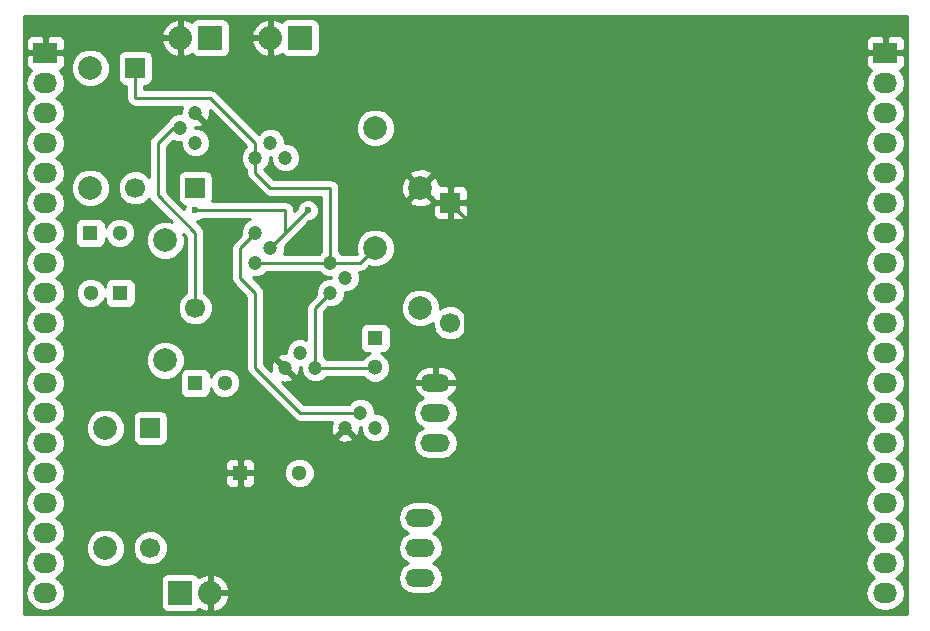
<source format=gbr>
G04 #@! TF.FileFunction,Copper,L2,Bot,Signal*
%FSLAX46Y46*%
G04 Gerber Fmt 4.6, Leading zero omitted, Abs format (unit mm)*
G04 Created by KiCad (PCBNEW 4.0.3+e1-6302~38~ubuntu16.04.1-stable) date Thu Aug 25 17:19:13 2016*
%MOMM*%
%LPD*%
G01*
G04 APERTURE LIST*
%ADD10C,0.100000*%
%ADD11R,1.300000X1.300000*%
%ADD12C,1.300000*%
%ADD13C,1.699260*%
%ADD14R,1.699260X1.699260*%
%ADD15R,2.032000X2.032000*%
%ADD16O,2.032000X2.032000*%
%ADD17C,1.200000*%
%ADD18O,2.499360X1.501140*%
%ADD19C,1.998980*%
%ADD20R,2.032000X1.727200*%
%ADD21O,2.032000X1.727200*%
%ADD22C,0.600000*%
%ADD23C,0.250000*%
%ADD24C,0.254000*%
G04 APERTURE END LIST*
D10*
D11*
X48260000Y-101600000D03*
D12*
X45760000Y-101600000D03*
D11*
X54610000Y-109220000D03*
D12*
X57110000Y-109220000D03*
D11*
X58420000Y-116840000D03*
D12*
X63420000Y-116840000D03*
D11*
X69850000Y-105410000D03*
D12*
X69850000Y-107910000D03*
D11*
X45720000Y-96520000D03*
D12*
X48220000Y-96520000D03*
D13*
X54612540Y-102870520D03*
D14*
X54612540Y-92710520D03*
D13*
X49532540Y-92710520D03*
D14*
X49532540Y-82550520D03*
D15*
X53340000Y-127000000D03*
D16*
X55880000Y-127000000D03*
D15*
X55880000Y-80010000D03*
D16*
X53340000Y-80010000D03*
D17*
X59690000Y-99060000D03*
X60960000Y-97790000D03*
X59690000Y-96520000D03*
X54610000Y-86360000D03*
X53340000Y-87630000D03*
X54610000Y-88900000D03*
X62230000Y-90170000D03*
X60960000Y-88900000D03*
X59690000Y-90170000D03*
X69850000Y-113030000D03*
X68580000Y-111760000D03*
X67310000Y-113030000D03*
X66040000Y-101600000D03*
X67310000Y-100330000D03*
X66040000Y-99060000D03*
X64770000Y-107950000D03*
X63500000Y-106680000D03*
X62230000Y-107950000D03*
D18*
X74930000Y-111760000D03*
X74930000Y-114300000D03*
X74930000Y-109220000D03*
X73660000Y-123190000D03*
X73660000Y-120650000D03*
X73660000Y-125730000D03*
D19*
X45720000Y-82550000D03*
X45720000Y-92710000D03*
X52070000Y-107315000D03*
X52070000Y-97155000D03*
X46990000Y-113030000D03*
X46990000Y-123190000D03*
X73660000Y-92710000D03*
X73660000Y-102870000D03*
X69850000Y-87630000D03*
X69850000Y-97790000D03*
D13*
X76202540Y-104140520D03*
D14*
X76202540Y-93980520D03*
D13*
X50802540Y-123190520D03*
D14*
X50802540Y-113030520D03*
D15*
X63500000Y-80010000D03*
D16*
X60960000Y-80010000D03*
D20*
X113030000Y-81280000D03*
D21*
X113030000Y-83820000D03*
X113030000Y-86360000D03*
X113030000Y-88900000D03*
X113030000Y-91440000D03*
X113030000Y-93980000D03*
X113030000Y-96520000D03*
X113030000Y-99060000D03*
X113030000Y-101600000D03*
X113030000Y-104140000D03*
X113030000Y-106680000D03*
X113030000Y-109220000D03*
X113030000Y-111760000D03*
X113030000Y-114300000D03*
X113030000Y-116840000D03*
X113030000Y-119380000D03*
X113030000Y-121920000D03*
X113030000Y-124460000D03*
X113030000Y-127000000D03*
D20*
X41910000Y-81280000D03*
D21*
X41910000Y-83820000D03*
X41910000Y-86360000D03*
X41910000Y-88900000D03*
X41910000Y-91440000D03*
X41910000Y-93980000D03*
X41910000Y-96520000D03*
X41910000Y-99060000D03*
X41910000Y-101600000D03*
X41910000Y-104140000D03*
X41910000Y-106680000D03*
X41910000Y-109220000D03*
X41910000Y-111760000D03*
X41910000Y-114300000D03*
X41910000Y-116840000D03*
X41910000Y-119380000D03*
X41910000Y-121920000D03*
X41910000Y-124460000D03*
X41910000Y-127000000D03*
D22*
X64135000Y-94615000D03*
X54610000Y-94615000D03*
D23*
X53340000Y-87630000D02*
X52705000Y-87630000D01*
X54612540Y-96522540D02*
X54612540Y-102870520D01*
X51435000Y-93345000D02*
X54612540Y-96522540D01*
X51435000Y-88900000D02*
X51435000Y-93345000D01*
X52705000Y-87630000D02*
X51435000Y-88900000D01*
X64770000Y-107950000D02*
X64770000Y-102870000D01*
X64770000Y-102870000D02*
X66040000Y-101600000D01*
X64770000Y-107950000D02*
X69810000Y-107950000D01*
X69810000Y-107950000D02*
X69850000Y-107910000D01*
X62230000Y-107950000D02*
X64770000Y-110490000D01*
X69850000Y-115570000D02*
X67310000Y-113030000D01*
X71120000Y-114300000D02*
X69850000Y-115570000D01*
X71120000Y-111760000D02*
X71120000Y-114300000D01*
X69850000Y-110490000D02*
X71120000Y-111760000D01*
X64770000Y-110490000D02*
X69850000Y-110490000D01*
X74930000Y-109220000D02*
X74930000Y-107950000D01*
X77470000Y-95247980D02*
X76202540Y-93980520D01*
X77470000Y-105410000D02*
X77470000Y-95247980D01*
X74930000Y-107950000D02*
X77470000Y-105410000D01*
X64135000Y-94615000D02*
X60960000Y-97790000D01*
X60960000Y-97790000D02*
X62230000Y-96520000D01*
X62230000Y-94615000D02*
X54610000Y-94615000D01*
X62230000Y-96520000D02*
X62230000Y-94615000D01*
X68580000Y-111760000D02*
X63500000Y-111760000D01*
X58420000Y-97790000D02*
X59690000Y-96520000D01*
X58420000Y-100330000D02*
X58420000Y-97790000D01*
X59690000Y-101600000D02*
X58420000Y-100330000D01*
X59690000Y-107950000D02*
X59690000Y-101600000D01*
X63500000Y-111760000D02*
X59690000Y-107950000D01*
X49532540Y-82550520D02*
X49532540Y-85092540D01*
X59690000Y-88900000D02*
X59690000Y-90170000D01*
X55880000Y-85090000D02*
X59690000Y-88900000D01*
X49535080Y-85090000D02*
X55880000Y-85090000D01*
X49532540Y-85092540D02*
X49535080Y-85090000D01*
X59690000Y-99060000D02*
X66040000Y-99060000D01*
X66040000Y-99060000D02*
X68580000Y-99060000D01*
X68580000Y-99060000D02*
X69850000Y-97790000D01*
X66040000Y-99060000D02*
X66040000Y-92710000D01*
X59690000Y-90170000D02*
X59690000Y-91440000D01*
X60960000Y-92710000D02*
X66040000Y-92710000D01*
X59690000Y-91440000D02*
X60960000Y-92710000D01*
D24*
G36*
X114860000Y-128830000D02*
X40080000Y-128830000D01*
X40080000Y-83820000D01*
X40226655Y-83820000D01*
X40340729Y-84393489D01*
X40665585Y-84879670D01*
X40980366Y-85090000D01*
X40665585Y-85300330D01*
X40340729Y-85786511D01*
X40226655Y-86360000D01*
X40340729Y-86933489D01*
X40665585Y-87419670D01*
X40980366Y-87630000D01*
X40665585Y-87840330D01*
X40340729Y-88326511D01*
X40226655Y-88900000D01*
X40340729Y-89473489D01*
X40665585Y-89959670D01*
X40980366Y-90170000D01*
X40665585Y-90380330D01*
X40340729Y-90866511D01*
X40226655Y-91440000D01*
X40340729Y-92013489D01*
X40665585Y-92499670D01*
X40980366Y-92710000D01*
X40665585Y-92920330D01*
X40340729Y-93406511D01*
X40226655Y-93980000D01*
X40340729Y-94553489D01*
X40665585Y-95039670D01*
X40980366Y-95250000D01*
X40665585Y-95460330D01*
X40340729Y-95946511D01*
X40226655Y-96520000D01*
X40340729Y-97093489D01*
X40665585Y-97579670D01*
X40980366Y-97790000D01*
X40665585Y-98000330D01*
X40340729Y-98486511D01*
X40226655Y-99060000D01*
X40340729Y-99633489D01*
X40665585Y-100119670D01*
X40980366Y-100330000D01*
X40665585Y-100540330D01*
X40340729Y-101026511D01*
X40226655Y-101600000D01*
X40340729Y-102173489D01*
X40665585Y-102659670D01*
X40980366Y-102870000D01*
X40665585Y-103080330D01*
X40340729Y-103566511D01*
X40226655Y-104140000D01*
X40340729Y-104713489D01*
X40665585Y-105199670D01*
X40980366Y-105410000D01*
X40665585Y-105620330D01*
X40340729Y-106106511D01*
X40226655Y-106680000D01*
X40340729Y-107253489D01*
X40665585Y-107739670D01*
X40980366Y-107950000D01*
X40665585Y-108160330D01*
X40340729Y-108646511D01*
X40226655Y-109220000D01*
X40340729Y-109793489D01*
X40665585Y-110279670D01*
X40980366Y-110490000D01*
X40665585Y-110700330D01*
X40340729Y-111186511D01*
X40226655Y-111760000D01*
X40340729Y-112333489D01*
X40665585Y-112819670D01*
X40980366Y-113030000D01*
X40665585Y-113240330D01*
X40340729Y-113726511D01*
X40226655Y-114300000D01*
X40340729Y-114873489D01*
X40665585Y-115359670D01*
X40980366Y-115570000D01*
X40665585Y-115780330D01*
X40340729Y-116266511D01*
X40226655Y-116840000D01*
X40340729Y-117413489D01*
X40665585Y-117899670D01*
X40980366Y-118110000D01*
X40665585Y-118320330D01*
X40340729Y-118806511D01*
X40226655Y-119380000D01*
X40340729Y-119953489D01*
X40665585Y-120439670D01*
X40980366Y-120650000D01*
X40665585Y-120860330D01*
X40340729Y-121346511D01*
X40226655Y-121920000D01*
X40340729Y-122493489D01*
X40665585Y-122979670D01*
X40980366Y-123190000D01*
X40665585Y-123400330D01*
X40340729Y-123886511D01*
X40226655Y-124460000D01*
X40340729Y-125033489D01*
X40665585Y-125519670D01*
X40980366Y-125730000D01*
X40665585Y-125940330D01*
X40340729Y-126426511D01*
X40226655Y-127000000D01*
X40340729Y-127573489D01*
X40665585Y-128059670D01*
X41151766Y-128384526D01*
X41725255Y-128498600D01*
X42094745Y-128498600D01*
X42668234Y-128384526D01*
X43154415Y-128059670D01*
X43479271Y-127573489D01*
X43593345Y-127000000D01*
X43479271Y-126426511D01*
X43183595Y-125984000D01*
X51676560Y-125984000D01*
X51676560Y-128016000D01*
X51720838Y-128251317D01*
X51859910Y-128467441D01*
X52072110Y-128612431D01*
X52324000Y-128663440D01*
X54356000Y-128663440D01*
X54591317Y-128619162D01*
X54807441Y-128480090D01*
X54907856Y-128333128D01*
X54911621Y-128337188D01*
X55497054Y-128605983D01*
X55753000Y-128487367D01*
X55753000Y-127127000D01*
X56007000Y-127127000D01*
X56007000Y-128487367D01*
X56262946Y-128605983D01*
X56848379Y-128337188D01*
X57286385Y-127864818D01*
X57485975Y-127382944D01*
X57366836Y-127127000D01*
X56007000Y-127127000D01*
X55753000Y-127127000D01*
X55733000Y-127127000D01*
X55733000Y-126873000D01*
X55753000Y-126873000D01*
X55753000Y-125512633D01*
X56007000Y-125512633D01*
X56007000Y-126873000D01*
X57366836Y-126873000D01*
X57485975Y-126617056D01*
X57286385Y-126135182D01*
X56848379Y-125662812D01*
X56262946Y-125394017D01*
X56007000Y-125512633D01*
X55753000Y-125512633D01*
X55497054Y-125394017D01*
X54911621Y-125662812D01*
X54907066Y-125667724D01*
X54820090Y-125532559D01*
X54607890Y-125387569D01*
X54356000Y-125336560D01*
X52324000Y-125336560D01*
X52088683Y-125380838D01*
X51872559Y-125519910D01*
X51727569Y-125732110D01*
X51676560Y-125984000D01*
X43183595Y-125984000D01*
X43154415Y-125940330D01*
X42839634Y-125730000D01*
X43154415Y-125519670D01*
X43479271Y-125033489D01*
X43593345Y-124460000D01*
X43479271Y-123886511D01*
X43230163Y-123513694D01*
X45355226Y-123513694D01*
X45603538Y-124114655D01*
X46062927Y-124574846D01*
X46663453Y-124824206D01*
X47313694Y-124824774D01*
X47914655Y-124576462D01*
X48374846Y-124117073D01*
X48624206Y-123516547D01*
X48624233Y-123484536D01*
X49317652Y-123484536D01*
X49543198Y-124030397D01*
X49960466Y-124448394D01*
X50505933Y-124674892D01*
X51096556Y-124675408D01*
X51642417Y-124449862D01*
X52060414Y-124032594D01*
X52286912Y-123487127D01*
X52287428Y-122896504D01*
X52061882Y-122350643D01*
X51644614Y-121932646D01*
X51099147Y-121706148D01*
X50508524Y-121705632D01*
X49962663Y-121931178D01*
X49544666Y-122348446D01*
X49318168Y-122893913D01*
X49317652Y-123484536D01*
X48624233Y-123484536D01*
X48624774Y-122866306D01*
X48376462Y-122265345D01*
X47917073Y-121805154D01*
X47316547Y-121555794D01*
X46666306Y-121555226D01*
X46065345Y-121803538D01*
X45605154Y-122262927D01*
X45355794Y-122863453D01*
X45355226Y-123513694D01*
X43230163Y-123513694D01*
X43154415Y-123400330D01*
X42839634Y-123190000D01*
X43154415Y-122979670D01*
X43479271Y-122493489D01*
X43593345Y-121920000D01*
X43479271Y-121346511D01*
X43154415Y-120860330D01*
X42839634Y-120650000D01*
X71738397Y-120650000D01*
X71843867Y-121180235D01*
X72144221Y-121629746D01*
X72578616Y-121920000D01*
X72144221Y-122210254D01*
X71843867Y-122659765D01*
X71738397Y-123190000D01*
X71843867Y-123720235D01*
X72144221Y-124169746D01*
X72578616Y-124460000D01*
X72144221Y-124750254D01*
X71843867Y-125199765D01*
X71738397Y-125730000D01*
X71843867Y-126260235D01*
X72144221Y-126709746D01*
X72593732Y-127010100D01*
X73123967Y-127115570D01*
X74196033Y-127115570D01*
X74726268Y-127010100D01*
X75175779Y-126709746D01*
X75476133Y-126260235D01*
X75581603Y-125730000D01*
X75476133Y-125199765D01*
X75175779Y-124750254D01*
X74741384Y-124460000D01*
X75175779Y-124169746D01*
X75476133Y-123720235D01*
X75581603Y-123190000D01*
X75476133Y-122659765D01*
X75175779Y-122210254D01*
X74741384Y-121920000D01*
X75175779Y-121629746D01*
X75476133Y-121180235D01*
X75581603Y-120650000D01*
X75476133Y-120119765D01*
X75175779Y-119670254D01*
X74726268Y-119369900D01*
X74196033Y-119264430D01*
X73123967Y-119264430D01*
X72593732Y-119369900D01*
X72144221Y-119670254D01*
X71843867Y-120119765D01*
X71738397Y-120650000D01*
X42839634Y-120650000D01*
X43154415Y-120439670D01*
X43479271Y-119953489D01*
X43593345Y-119380000D01*
X43479271Y-118806511D01*
X43154415Y-118320330D01*
X42839634Y-118110000D01*
X43154415Y-117899670D01*
X43479271Y-117413489D01*
X43536505Y-117125750D01*
X57135000Y-117125750D01*
X57135000Y-117616310D01*
X57231673Y-117849699D01*
X57410302Y-118028327D01*
X57643691Y-118125000D01*
X58134250Y-118125000D01*
X58293000Y-117966250D01*
X58293000Y-116967000D01*
X58547000Y-116967000D01*
X58547000Y-117966250D01*
X58705750Y-118125000D01*
X59196309Y-118125000D01*
X59429698Y-118028327D01*
X59608327Y-117849699D01*
X59705000Y-117616310D01*
X59705000Y-117125750D01*
X59673731Y-117094481D01*
X62134777Y-117094481D01*
X62329995Y-117566943D01*
X62691155Y-117928735D01*
X63163276Y-118124777D01*
X63674481Y-118125223D01*
X64146943Y-117930005D01*
X64508735Y-117568845D01*
X64704777Y-117096724D01*
X64705223Y-116585519D01*
X64510005Y-116113057D01*
X64148845Y-115751265D01*
X63676724Y-115555223D01*
X63165519Y-115554777D01*
X62693057Y-115749995D01*
X62331265Y-116111155D01*
X62135223Y-116583276D01*
X62134777Y-117094481D01*
X59673731Y-117094481D01*
X59546250Y-116967000D01*
X58547000Y-116967000D01*
X58293000Y-116967000D01*
X57293750Y-116967000D01*
X57135000Y-117125750D01*
X43536505Y-117125750D01*
X43593345Y-116840000D01*
X43479271Y-116266511D01*
X43343751Y-116063690D01*
X57135000Y-116063690D01*
X57135000Y-116554250D01*
X57293750Y-116713000D01*
X58293000Y-116713000D01*
X58293000Y-115713750D01*
X58547000Y-115713750D01*
X58547000Y-116713000D01*
X59546250Y-116713000D01*
X59705000Y-116554250D01*
X59705000Y-116063690D01*
X59608327Y-115830301D01*
X59429698Y-115651673D01*
X59196309Y-115555000D01*
X58705750Y-115555000D01*
X58547000Y-115713750D01*
X58293000Y-115713750D01*
X58134250Y-115555000D01*
X57643691Y-115555000D01*
X57410302Y-115651673D01*
X57231673Y-115830301D01*
X57135000Y-116063690D01*
X43343751Y-116063690D01*
X43154415Y-115780330D01*
X42839634Y-115570000D01*
X43154415Y-115359670D01*
X43479271Y-114873489D01*
X43593345Y-114300000D01*
X43479271Y-113726511D01*
X43230163Y-113353694D01*
X45355226Y-113353694D01*
X45603538Y-113954655D01*
X46062927Y-114414846D01*
X46663453Y-114664206D01*
X47313694Y-114664774D01*
X47914655Y-114416462D01*
X48374846Y-113957073D01*
X48624206Y-113356547D01*
X48624774Y-112706306D01*
X48407677Y-112180890D01*
X49305470Y-112180890D01*
X49305470Y-113880150D01*
X49349748Y-114115467D01*
X49488820Y-114331591D01*
X49701020Y-114476581D01*
X49952910Y-114527590D01*
X51652170Y-114527590D01*
X51887487Y-114483312D01*
X52103611Y-114344240D01*
X52248601Y-114132040D01*
X52297061Y-113892735D01*
X66626870Y-113892735D01*
X66676383Y-114118164D01*
X67141036Y-114277807D01*
X67631413Y-114247482D01*
X67943617Y-114118164D01*
X67993130Y-113892735D01*
X67310000Y-113209605D01*
X66626870Y-113892735D01*
X52297061Y-113892735D01*
X52299610Y-113880150D01*
X52299610Y-112180890D01*
X52255332Y-111945573D01*
X52116260Y-111729449D01*
X51904060Y-111584459D01*
X51652170Y-111533450D01*
X49952910Y-111533450D01*
X49717593Y-111577728D01*
X49501469Y-111716800D01*
X49356479Y-111929000D01*
X49305470Y-112180890D01*
X48407677Y-112180890D01*
X48376462Y-112105345D01*
X47917073Y-111645154D01*
X47316547Y-111395794D01*
X46666306Y-111395226D01*
X46065345Y-111643538D01*
X45605154Y-112102927D01*
X45355794Y-112703453D01*
X45355226Y-113353694D01*
X43230163Y-113353694D01*
X43154415Y-113240330D01*
X42839634Y-113030000D01*
X43154415Y-112819670D01*
X43479271Y-112333489D01*
X43593345Y-111760000D01*
X43479271Y-111186511D01*
X43154415Y-110700330D01*
X42839634Y-110490000D01*
X43154415Y-110279670D01*
X43479271Y-109793489D01*
X43593345Y-109220000D01*
X43479271Y-108646511D01*
X43154415Y-108160330D01*
X42839634Y-107950000D01*
X43154415Y-107739670D01*
X43221885Y-107638694D01*
X50435226Y-107638694D01*
X50683538Y-108239655D01*
X51142927Y-108699846D01*
X51743453Y-108949206D01*
X52393694Y-108949774D01*
X52994655Y-108701462D01*
X53359741Y-108337012D01*
X53312560Y-108570000D01*
X53312560Y-109870000D01*
X53356838Y-110105317D01*
X53495910Y-110321441D01*
X53708110Y-110466431D01*
X53960000Y-110517440D01*
X55260000Y-110517440D01*
X55495317Y-110473162D01*
X55711441Y-110334090D01*
X55856431Y-110121890D01*
X55907440Y-109870000D01*
X55907440Y-109674540D01*
X56019995Y-109946943D01*
X56381155Y-110308735D01*
X56853276Y-110504777D01*
X57364481Y-110505223D01*
X57836943Y-110310005D01*
X58198735Y-109948845D01*
X58394777Y-109476724D01*
X58395223Y-108965519D01*
X58200005Y-108493057D01*
X57838845Y-108131265D01*
X57366724Y-107935223D01*
X56855519Y-107934777D01*
X56383057Y-108129995D01*
X56021265Y-108491155D01*
X55907440Y-108765276D01*
X55907440Y-108570000D01*
X55863162Y-108334683D01*
X55724090Y-108118559D01*
X55511890Y-107973569D01*
X55260000Y-107922560D01*
X53960000Y-107922560D01*
X53724683Y-107966838D01*
X53512416Y-108103428D01*
X53704206Y-107641547D01*
X53704774Y-106991306D01*
X53456462Y-106390345D01*
X52997073Y-105930154D01*
X52396547Y-105680794D01*
X51746306Y-105680226D01*
X51145345Y-105928538D01*
X50685154Y-106387927D01*
X50435794Y-106988453D01*
X50435226Y-107638694D01*
X43221885Y-107638694D01*
X43479271Y-107253489D01*
X43593345Y-106680000D01*
X43479271Y-106106511D01*
X43154415Y-105620330D01*
X42839634Y-105410000D01*
X43154415Y-105199670D01*
X43479271Y-104713489D01*
X43593345Y-104140000D01*
X43479271Y-103566511D01*
X43154415Y-103080330D01*
X42839634Y-102870000D01*
X43154415Y-102659670D01*
X43479271Y-102173489D01*
X43542725Y-101854481D01*
X44474777Y-101854481D01*
X44669995Y-102326943D01*
X45031155Y-102688735D01*
X45503276Y-102884777D01*
X46014481Y-102885223D01*
X46486943Y-102690005D01*
X46848735Y-102328845D01*
X46962560Y-102054724D01*
X46962560Y-102250000D01*
X47006838Y-102485317D01*
X47145910Y-102701441D01*
X47358110Y-102846431D01*
X47610000Y-102897440D01*
X48910000Y-102897440D01*
X49145317Y-102853162D01*
X49361441Y-102714090D01*
X49506431Y-102501890D01*
X49557440Y-102250000D01*
X49557440Y-100950000D01*
X49513162Y-100714683D01*
X49374090Y-100498559D01*
X49161890Y-100353569D01*
X48910000Y-100302560D01*
X47610000Y-100302560D01*
X47374683Y-100346838D01*
X47158559Y-100485910D01*
X47013569Y-100698110D01*
X46962560Y-100950000D01*
X46962560Y-101145460D01*
X46850005Y-100873057D01*
X46488845Y-100511265D01*
X46016724Y-100315223D01*
X45505519Y-100314777D01*
X45033057Y-100509995D01*
X44671265Y-100871155D01*
X44475223Y-101343276D01*
X44474777Y-101854481D01*
X43542725Y-101854481D01*
X43593345Y-101600000D01*
X43479271Y-101026511D01*
X43154415Y-100540330D01*
X42839634Y-100330000D01*
X43154415Y-100119670D01*
X43479271Y-99633489D01*
X43593345Y-99060000D01*
X43479271Y-98486511D01*
X43154415Y-98000330D01*
X42839634Y-97790000D01*
X43154415Y-97579670D01*
X43479271Y-97093489D01*
X43593345Y-96520000D01*
X43479271Y-95946511D01*
X43428148Y-95870000D01*
X44422560Y-95870000D01*
X44422560Y-97170000D01*
X44466838Y-97405317D01*
X44605910Y-97621441D01*
X44818110Y-97766431D01*
X45070000Y-97817440D01*
X46370000Y-97817440D01*
X46605317Y-97773162D01*
X46821441Y-97634090D01*
X46966431Y-97421890D01*
X47017440Y-97170000D01*
X47017440Y-96974540D01*
X47129995Y-97246943D01*
X47491155Y-97608735D01*
X47963276Y-97804777D01*
X48474481Y-97805223D01*
X48946943Y-97610005D01*
X49308735Y-97248845D01*
X49504777Y-96776724D01*
X49505223Y-96265519D01*
X49310005Y-95793057D01*
X48948845Y-95431265D01*
X48476724Y-95235223D01*
X47965519Y-95234777D01*
X47493057Y-95429995D01*
X47131265Y-95791155D01*
X47017440Y-96065276D01*
X47017440Y-95870000D01*
X46973162Y-95634683D01*
X46834090Y-95418559D01*
X46621890Y-95273569D01*
X46370000Y-95222560D01*
X45070000Y-95222560D01*
X44834683Y-95266838D01*
X44618559Y-95405910D01*
X44473569Y-95618110D01*
X44422560Y-95870000D01*
X43428148Y-95870000D01*
X43154415Y-95460330D01*
X42839634Y-95250000D01*
X43154415Y-95039670D01*
X43479271Y-94553489D01*
X43593345Y-93980000D01*
X43479271Y-93406511D01*
X43230163Y-93033694D01*
X44085226Y-93033694D01*
X44333538Y-93634655D01*
X44792927Y-94094846D01*
X45393453Y-94344206D01*
X46043694Y-94344774D01*
X46644655Y-94096462D01*
X47104846Y-93637073D01*
X47354206Y-93036547D01*
X47354774Y-92386306D01*
X47106462Y-91785345D01*
X46647073Y-91325154D01*
X46046547Y-91075794D01*
X45396306Y-91075226D01*
X44795345Y-91323538D01*
X44335154Y-91782927D01*
X44085794Y-92383453D01*
X44085226Y-93033694D01*
X43230163Y-93033694D01*
X43154415Y-92920330D01*
X42839634Y-92710000D01*
X43154415Y-92499670D01*
X43479271Y-92013489D01*
X43593345Y-91440000D01*
X43479271Y-90866511D01*
X43154415Y-90380330D01*
X42839634Y-90170000D01*
X43154415Y-89959670D01*
X43479271Y-89473489D01*
X43593345Y-88900000D01*
X43479271Y-88326511D01*
X43154415Y-87840330D01*
X42839634Y-87630000D01*
X43154415Y-87419670D01*
X43479271Y-86933489D01*
X43593345Y-86360000D01*
X43479271Y-85786511D01*
X43154415Y-85300330D01*
X42839634Y-85090000D01*
X43154415Y-84879670D01*
X43479271Y-84393489D01*
X43593345Y-83820000D01*
X43479271Y-83246511D01*
X43230163Y-82873694D01*
X44085226Y-82873694D01*
X44333538Y-83474655D01*
X44792927Y-83934846D01*
X45393453Y-84184206D01*
X46043694Y-84184774D01*
X46644655Y-83936462D01*
X47104846Y-83477073D01*
X47354206Y-82876547D01*
X47354774Y-82226306D01*
X47137677Y-81700890D01*
X48035470Y-81700890D01*
X48035470Y-83400150D01*
X48079748Y-83635467D01*
X48218820Y-83851591D01*
X48431020Y-83996581D01*
X48682910Y-84047590D01*
X48772540Y-84047590D01*
X48772540Y-85092540D01*
X48830392Y-85383379D01*
X48995139Y-85629941D01*
X49241701Y-85794688D01*
X49532540Y-85852540D01*
X49545309Y-85850000D01*
X53479364Y-85850000D01*
X53362193Y-86191036D01*
X53374808Y-86395030D01*
X53095421Y-86394786D01*
X52641343Y-86582408D01*
X52293629Y-86929515D01*
X52248302Y-87038675D01*
X52167599Y-87092599D01*
X50897599Y-88362599D01*
X50732852Y-88609161D01*
X50675000Y-88900000D01*
X50675000Y-91753557D01*
X50374614Y-91452646D01*
X49829147Y-91226148D01*
X49238524Y-91225632D01*
X48692663Y-91451178D01*
X48274666Y-91868446D01*
X48048168Y-92413913D01*
X48047652Y-93004536D01*
X48273198Y-93550397D01*
X48690466Y-93968394D01*
X49235933Y-94194892D01*
X49826556Y-94195408D01*
X50372417Y-93969862D01*
X50728573Y-93614327D01*
X50732852Y-93635839D01*
X50897599Y-93882401D01*
X52635011Y-95619813D01*
X52396547Y-95520794D01*
X51746306Y-95520226D01*
X51145345Y-95768538D01*
X50685154Y-96227927D01*
X50435794Y-96828453D01*
X50435226Y-97478694D01*
X50683538Y-98079655D01*
X51142927Y-98539846D01*
X51743453Y-98789206D01*
X52393694Y-98789774D01*
X52994655Y-98541462D01*
X53454846Y-98082073D01*
X53704206Y-97481547D01*
X53704774Y-96831306D01*
X53604977Y-96589779D01*
X53852540Y-96837342D01*
X53852540Y-101578173D01*
X53772663Y-101611178D01*
X53354666Y-102028446D01*
X53128168Y-102573913D01*
X53127652Y-103164536D01*
X53353198Y-103710397D01*
X53770466Y-104128394D01*
X54315933Y-104354892D01*
X54906556Y-104355408D01*
X55452417Y-104129862D01*
X55870414Y-103712594D01*
X56096912Y-103167127D01*
X56097428Y-102576504D01*
X55871882Y-102030643D01*
X55454614Y-101612646D01*
X55372540Y-101578566D01*
X55372540Y-96522540D01*
X55314688Y-96231701D01*
X55149941Y-95985139D01*
X54714894Y-95550092D01*
X54795167Y-95550162D01*
X55138943Y-95408117D01*
X55172118Y-95375000D01*
X59227087Y-95375000D01*
X58991343Y-95472408D01*
X58643629Y-95819515D01*
X58455215Y-96273266D01*
X58454860Y-96680338D01*
X57882599Y-97252599D01*
X57717852Y-97499161D01*
X57660000Y-97790000D01*
X57660000Y-100330000D01*
X57717852Y-100620839D01*
X57882599Y-100867401D01*
X58930000Y-101914802D01*
X58930000Y-107950000D01*
X58987852Y-108240839D01*
X59152599Y-108487401D01*
X62962599Y-112297401D01*
X63209161Y-112462148D01*
X63500000Y-112520000D01*
X66179364Y-112520000D01*
X66062193Y-112861036D01*
X66092518Y-113351413D01*
X66221836Y-113663617D01*
X66447265Y-113713130D01*
X67130395Y-113030000D01*
X67116253Y-113015858D01*
X67295858Y-112836253D01*
X67310000Y-112850395D01*
X67324143Y-112836253D01*
X67503748Y-113015858D01*
X67489605Y-113030000D01*
X68172735Y-113713130D01*
X68398164Y-113663617D01*
X68557807Y-113198964D01*
X68545192Y-112994970D01*
X68615030Y-112995031D01*
X68614786Y-113274579D01*
X68802408Y-113728657D01*
X69149515Y-114076371D01*
X69603266Y-114264785D01*
X70094579Y-114265214D01*
X70548657Y-114077592D01*
X70896371Y-113730485D01*
X71084785Y-113276734D01*
X71085214Y-112785421D01*
X70897592Y-112331343D01*
X70550485Y-111983629D01*
X70096734Y-111795215D01*
X69814970Y-111794969D01*
X69815000Y-111760000D01*
X73008397Y-111760000D01*
X73113867Y-112290235D01*
X73414221Y-112739746D01*
X73848616Y-113030000D01*
X73414221Y-113320254D01*
X73113867Y-113769765D01*
X73008397Y-114300000D01*
X73113867Y-114830235D01*
X73414221Y-115279746D01*
X73863732Y-115580100D01*
X74393967Y-115685570D01*
X75466033Y-115685570D01*
X75996268Y-115580100D01*
X76445779Y-115279746D01*
X76746133Y-114830235D01*
X76851603Y-114300000D01*
X76746133Y-113769765D01*
X76445779Y-113320254D01*
X76011384Y-113030000D01*
X76445779Y-112739746D01*
X76746133Y-112290235D01*
X76851603Y-111760000D01*
X76746133Y-111229765D01*
X76445779Y-110780254D01*
X75996268Y-110479900D01*
X75986968Y-110478050D01*
X76076677Y-110451499D01*
X76498658Y-110109944D01*
X76757810Y-109632903D01*
X76771993Y-109561275D01*
X76649339Y-109347000D01*
X75057000Y-109347000D01*
X75057000Y-109367000D01*
X74803000Y-109367000D01*
X74803000Y-109347000D01*
X73210661Y-109347000D01*
X73088007Y-109561275D01*
X73102190Y-109632903D01*
X73361342Y-110109944D01*
X73783323Y-110451499D01*
X73873032Y-110478050D01*
X73863732Y-110479900D01*
X73414221Y-110780254D01*
X73113867Y-111229765D01*
X73008397Y-111760000D01*
X69815000Y-111760000D01*
X69815214Y-111515421D01*
X69627592Y-111061343D01*
X69280485Y-110713629D01*
X68826734Y-110525215D01*
X68335421Y-110524786D01*
X67881343Y-110712408D01*
X67593248Y-111000000D01*
X63814802Y-111000000D01*
X61987262Y-109172460D01*
X62061036Y-109197807D01*
X62551413Y-109167482D01*
X62863617Y-109038164D01*
X62913130Y-108812735D01*
X62230000Y-108129605D01*
X62215858Y-108143748D01*
X62036253Y-107964143D01*
X62050395Y-107950000D01*
X61367265Y-107266870D01*
X61141836Y-107316383D01*
X60982193Y-107781036D01*
X61007660Y-108192858D01*
X60450000Y-107635198D01*
X60450000Y-101600000D01*
X60392148Y-101309161D01*
X60392148Y-101309160D01*
X60227401Y-101062599D01*
X59459601Y-100294799D01*
X59934579Y-100295214D01*
X60388657Y-100107592D01*
X60676752Y-99820000D01*
X65053644Y-99820000D01*
X65339515Y-100106371D01*
X65793266Y-100294785D01*
X66075030Y-100295031D01*
X66074969Y-100365030D01*
X65795421Y-100364786D01*
X65341343Y-100552408D01*
X64993629Y-100899515D01*
X64805215Y-101353266D01*
X64804860Y-101760338D01*
X64232599Y-102332599D01*
X64067852Y-102579161D01*
X64010000Y-102870000D01*
X64010000Y-105554533D01*
X63746734Y-105445215D01*
X63255421Y-105444786D01*
X62801343Y-105632408D01*
X62453629Y-105979515D01*
X62265215Y-106433266D01*
X62264973Y-106710479D01*
X61908587Y-106732518D01*
X61596383Y-106861836D01*
X61546870Y-107087265D01*
X62230000Y-107770395D01*
X62244143Y-107756253D01*
X62423748Y-107935858D01*
X62409605Y-107950000D01*
X63092735Y-108633130D01*
X63318164Y-108583617D01*
X63477807Y-108118964D01*
X63465192Y-107914970D01*
X63535030Y-107915031D01*
X63534786Y-108194579D01*
X63722408Y-108648657D01*
X64069515Y-108996371D01*
X64523266Y-109184785D01*
X65014579Y-109185214D01*
X65468657Y-108997592D01*
X65756752Y-108710000D01*
X68832924Y-108710000D01*
X69121155Y-108998735D01*
X69593276Y-109194777D01*
X70104481Y-109195223D01*
X70576943Y-109000005D01*
X70698435Y-108878725D01*
X73088007Y-108878725D01*
X73210661Y-109093000D01*
X74803000Y-109093000D01*
X74803000Y-107834430D01*
X75057000Y-107834430D01*
X75057000Y-109093000D01*
X76649339Y-109093000D01*
X76771993Y-108878725D01*
X76757810Y-108807097D01*
X76498658Y-108330056D01*
X76076677Y-107988501D01*
X75556110Y-107834430D01*
X75057000Y-107834430D01*
X74803000Y-107834430D01*
X74303890Y-107834430D01*
X73783323Y-107988501D01*
X73361342Y-108330056D01*
X73102190Y-108807097D01*
X73088007Y-108878725D01*
X70698435Y-108878725D01*
X70938735Y-108638845D01*
X71134777Y-108166724D01*
X71135223Y-107655519D01*
X70940005Y-107183057D01*
X70578845Y-106821265D01*
X70304724Y-106707440D01*
X70500000Y-106707440D01*
X70735317Y-106663162D01*
X70951441Y-106524090D01*
X71096431Y-106311890D01*
X71147440Y-106060000D01*
X71147440Y-104760000D01*
X71103162Y-104524683D01*
X70964090Y-104308559D01*
X70751890Y-104163569D01*
X70500000Y-104112560D01*
X69200000Y-104112560D01*
X68964683Y-104156838D01*
X68748559Y-104295910D01*
X68603569Y-104508110D01*
X68552560Y-104760000D01*
X68552560Y-106060000D01*
X68596838Y-106295317D01*
X68735910Y-106511441D01*
X68948110Y-106656431D01*
X69200000Y-106707440D01*
X69395460Y-106707440D01*
X69123057Y-106819995D01*
X68761265Y-107181155D01*
X68757592Y-107190000D01*
X65756356Y-107190000D01*
X65530000Y-106963248D01*
X65530000Y-103193694D01*
X72025226Y-103193694D01*
X72273538Y-103794655D01*
X72732927Y-104254846D01*
X73333453Y-104504206D01*
X73983694Y-104504774D01*
X74584655Y-104256462D01*
X74717924Y-104123425D01*
X74717652Y-104434536D01*
X74943198Y-104980397D01*
X75360466Y-105398394D01*
X75905933Y-105624892D01*
X76496556Y-105625408D01*
X77042417Y-105399862D01*
X77460414Y-104982594D01*
X77686912Y-104437127D01*
X77687428Y-103846504D01*
X77461882Y-103300643D01*
X77044614Y-102882646D01*
X76499147Y-102656148D01*
X75908524Y-102655632D01*
X75362663Y-102881178D01*
X75294422Y-102949300D01*
X75294774Y-102546306D01*
X75046462Y-101945345D01*
X74587073Y-101485154D01*
X73986547Y-101235794D01*
X73336306Y-101235226D01*
X72735345Y-101483538D01*
X72275154Y-101942927D01*
X72025794Y-102543453D01*
X72025226Y-103193694D01*
X65530000Y-103193694D01*
X65530000Y-103184802D01*
X65879941Y-102834861D01*
X66284579Y-102835214D01*
X66738657Y-102647592D01*
X67086371Y-102300485D01*
X67274785Y-101846734D01*
X67275031Y-101564970D01*
X67554579Y-101565214D01*
X68008657Y-101377592D01*
X68356371Y-101030485D01*
X68544785Y-100576734D01*
X68545214Y-100085421D01*
X68435544Y-99820000D01*
X68580000Y-99820000D01*
X68870839Y-99762148D01*
X69117401Y-99597401D01*
X69358917Y-99355885D01*
X69523453Y-99424206D01*
X70173694Y-99424774D01*
X70774655Y-99176462D01*
X71234846Y-98717073D01*
X71484206Y-98116547D01*
X71484774Y-97466306D01*
X71236462Y-96865345D01*
X70777073Y-96405154D01*
X70176547Y-96155794D01*
X69526306Y-96155226D01*
X68925345Y-96403538D01*
X68465154Y-96862927D01*
X68215794Y-97463453D01*
X68215226Y-98113694D01*
X68284309Y-98280889D01*
X68265198Y-98300000D01*
X67026356Y-98300000D01*
X66800000Y-98073248D01*
X66800000Y-93862163D01*
X72687443Y-93862163D01*
X72786042Y-94128965D01*
X73395582Y-94355401D01*
X74045377Y-94331341D01*
X74202472Y-94266270D01*
X74717910Y-94266270D01*
X74717910Y-94956459D01*
X74814583Y-95189848D01*
X74993211Y-95368477D01*
X75226600Y-95465150D01*
X75916790Y-95465150D01*
X76075540Y-95306400D01*
X76075540Y-94107520D01*
X76329540Y-94107520D01*
X76329540Y-95306400D01*
X76488290Y-95465150D01*
X77178480Y-95465150D01*
X77411869Y-95368477D01*
X77590497Y-95189848D01*
X77687170Y-94956459D01*
X77687170Y-94266270D01*
X77528420Y-94107520D01*
X76329540Y-94107520D01*
X76075540Y-94107520D01*
X74876660Y-94107520D01*
X74717910Y-94266270D01*
X74202472Y-94266270D01*
X74533958Y-94128965D01*
X74632557Y-93862163D01*
X73660000Y-92889605D01*
X72687443Y-93862163D01*
X66800000Y-93862163D01*
X66800000Y-92710000D01*
X66747404Y-92445582D01*
X72014599Y-92445582D01*
X72038659Y-93095377D01*
X72241035Y-93583958D01*
X72507837Y-93682557D01*
X73480395Y-92710000D01*
X73839605Y-92710000D01*
X74717910Y-93588304D01*
X74717910Y-93694770D01*
X74876660Y-93853520D01*
X76075540Y-93853520D01*
X76075540Y-92654640D01*
X76329540Y-92654640D01*
X76329540Y-93853520D01*
X77528420Y-93853520D01*
X77687170Y-93694770D01*
X77687170Y-93004581D01*
X77590497Y-92771192D01*
X77411869Y-92592563D01*
X77178480Y-92495890D01*
X76488290Y-92495890D01*
X76329540Y-92654640D01*
X76075540Y-92654640D01*
X75916790Y-92495890D01*
X75287683Y-92495890D01*
X75281341Y-92324623D01*
X75078965Y-91836042D01*
X74812163Y-91737443D01*
X73839605Y-92710000D01*
X73480395Y-92710000D01*
X72507837Y-91737443D01*
X72241035Y-91836042D01*
X72014599Y-92445582D01*
X66747404Y-92445582D01*
X66742148Y-92419161D01*
X66577401Y-92172599D01*
X66330839Y-92007852D01*
X66040000Y-91950000D01*
X61274802Y-91950000D01*
X60882639Y-91557837D01*
X72687443Y-91557837D01*
X73660000Y-92530395D01*
X74632557Y-91557837D01*
X74533958Y-91291035D01*
X73924418Y-91064599D01*
X73274623Y-91088659D01*
X72786042Y-91291035D01*
X72687443Y-91557837D01*
X60882639Y-91557837D01*
X60465593Y-91140791D01*
X60736371Y-90870485D01*
X60924785Y-90416734D01*
X60925031Y-90134970D01*
X60995030Y-90135031D01*
X60994786Y-90414579D01*
X61182408Y-90868657D01*
X61529515Y-91216371D01*
X61983266Y-91404785D01*
X62474579Y-91405214D01*
X62928657Y-91217592D01*
X63276371Y-90870485D01*
X63464785Y-90416734D01*
X63465214Y-89925421D01*
X63277592Y-89471343D01*
X62930485Y-89123629D01*
X62476734Y-88935215D01*
X62194970Y-88934969D01*
X62195214Y-88655421D01*
X62007592Y-88201343D01*
X61760376Y-87953694D01*
X68215226Y-87953694D01*
X68463538Y-88554655D01*
X68922927Y-89014846D01*
X69523453Y-89264206D01*
X70173694Y-89264774D01*
X70774655Y-89016462D01*
X71234846Y-88557073D01*
X71484206Y-87956547D01*
X71484774Y-87306306D01*
X71236462Y-86705345D01*
X70777073Y-86245154D01*
X70176547Y-85995794D01*
X69526306Y-85995226D01*
X68925345Y-86243538D01*
X68465154Y-86702927D01*
X68215794Y-87303453D01*
X68215226Y-87953694D01*
X61760376Y-87953694D01*
X61660485Y-87853629D01*
X61206734Y-87665215D01*
X60715421Y-87664786D01*
X60261343Y-87852408D01*
X59989039Y-88124237D01*
X56417401Y-84552599D01*
X56170839Y-84387852D01*
X55880000Y-84330000D01*
X50292540Y-84330000D01*
X50292540Y-84047590D01*
X50382170Y-84047590D01*
X50617487Y-84003312D01*
X50833611Y-83864240D01*
X50863838Y-83820000D01*
X111346655Y-83820000D01*
X111460729Y-84393489D01*
X111785585Y-84879670D01*
X112100366Y-85090000D01*
X111785585Y-85300330D01*
X111460729Y-85786511D01*
X111346655Y-86360000D01*
X111460729Y-86933489D01*
X111785585Y-87419670D01*
X112100366Y-87630000D01*
X111785585Y-87840330D01*
X111460729Y-88326511D01*
X111346655Y-88900000D01*
X111460729Y-89473489D01*
X111785585Y-89959670D01*
X112100366Y-90170000D01*
X111785585Y-90380330D01*
X111460729Y-90866511D01*
X111346655Y-91440000D01*
X111460729Y-92013489D01*
X111785585Y-92499670D01*
X112100366Y-92710000D01*
X111785585Y-92920330D01*
X111460729Y-93406511D01*
X111346655Y-93980000D01*
X111460729Y-94553489D01*
X111785585Y-95039670D01*
X112100366Y-95250000D01*
X111785585Y-95460330D01*
X111460729Y-95946511D01*
X111346655Y-96520000D01*
X111460729Y-97093489D01*
X111785585Y-97579670D01*
X112100366Y-97790000D01*
X111785585Y-98000330D01*
X111460729Y-98486511D01*
X111346655Y-99060000D01*
X111460729Y-99633489D01*
X111785585Y-100119670D01*
X112100366Y-100330000D01*
X111785585Y-100540330D01*
X111460729Y-101026511D01*
X111346655Y-101600000D01*
X111460729Y-102173489D01*
X111785585Y-102659670D01*
X112100366Y-102870000D01*
X111785585Y-103080330D01*
X111460729Y-103566511D01*
X111346655Y-104140000D01*
X111460729Y-104713489D01*
X111785585Y-105199670D01*
X112100366Y-105410000D01*
X111785585Y-105620330D01*
X111460729Y-106106511D01*
X111346655Y-106680000D01*
X111460729Y-107253489D01*
X111785585Y-107739670D01*
X112100366Y-107950000D01*
X111785585Y-108160330D01*
X111460729Y-108646511D01*
X111346655Y-109220000D01*
X111460729Y-109793489D01*
X111785585Y-110279670D01*
X112100366Y-110490000D01*
X111785585Y-110700330D01*
X111460729Y-111186511D01*
X111346655Y-111760000D01*
X111460729Y-112333489D01*
X111785585Y-112819670D01*
X112100366Y-113030000D01*
X111785585Y-113240330D01*
X111460729Y-113726511D01*
X111346655Y-114300000D01*
X111460729Y-114873489D01*
X111785585Y-115359670D01*
X112100366Y-115570000D01*
X111785585Y-115780330D01*
X111460729Y-116266511D01*
X111346655Y-116840000D01*
X111460729Y-117413489D01*
X111785585Y-117899670D01*
X112100366Y-118110000D01*
X111785585Y-118320330D01*
X111460729Y-118806511D01*
X111346655Y-119380000D01*
X111460729Y-119953489D01*
X111785585Y-120439670D01*
X112100366Y-120650000D01*
X111785585Y-120860330D01*
X111460729Y-121346511D01*
X111346655Y-121920000D01*
X111460729Y-122493489D01*
X111785585Y-122979670D01*
X112100366Y-123190000D01*
X111785585Y-123400330D01*
X111460729Y-123886511D01*
X111346655Y-124460000D01*
X111460729Y-125033489D01*
X111785585Y-125519670D01*
X112100366Y-125730000D01*
X111785585Y-125940330D01*
X111460729Y-126426511D01*
X111346655Y-127000000D01*
X111460729Y-127573489D01*
X111785585Y-128059670D01*
X112271766Y-128384526D01*
X112845255Y-128498600D01*
X113214745Y-128498600D01*
X113788234Y-128384526D01*
X114274415Y-128059670D01*
X114599271Y-127573489D01*
X114713345Y-127000000D01*
X114599271Y-126426511D01*
X114274415Y-125940330D01*
X113959634Y-125730000D01*
X114274415Y-125519670D01*
X114599271Y-125033489D01*
X114713345Y-124460000D01*
X114599271Y-123886511D01*
X114274415Y-123400330D01*
X113959634Y-123190000D01*
X114274415Y-122979670D01*
X114599271Y-122493489D01*
X114713345Y-121920000D01*
X114599271Y-121346511D01*
X114274415Y-120860330D01*
X113959634Y-120650000D01*
X114274415Y-120439670D01*
X114599271Y-119953489D01*
X114713345Y-119380000D01*
X114599271Y-118806511D01*
X114274415Y-118320330D01*
X113959634Y-118110000D01*
X114274415Y-117899670D01*
X114599271Y-117413489D01*
X114713345Y-116840000D01*
X114599271Y-116266511D01*
X114274415Y-115780330D01*
X113959634Y-115570000D01*
X114274415Y-115359670D01*
X114599271Y-114873489D01*
X114713345Y-114300000D01*
X114599271Y-113726511D01*
X114274415Y-113240330D01*
X113959634Y-113030000D01*
X114274415Y-112819670D01*
X114599271Y-112333489D01*
X114713345Y-111760000D01*
X114599271Y-111186511D01*
X114274415Y-110700330D01*
X113959634Y-110490000D01*
X114274415Y-110279670D01*
X114599271Y-109793489D01*
X114713345Y-109220000D01*
X114599271Y-108646511D01*
X114274415Y-108160330D01*
X113959634Y-107950000D01*
X114274415Y-107739670D01*
X114599271Y-107253489D01*
X114713345Y-106680000D01*
X114599271Y-106106511D01*
X114274415Y-105620330D01*
X113959634Y-105410000D01*
X114274415Y-105199670D01*
X114599271Y-104713489D01*
X114713345Y-104140000D01*
X114599271Y-103566511D01*
X114274415Y-103080330D01*
X113959634Y-102870000D01*
X114274415Y-102659670D01*
X114599271Y-102173489D01*
X114713345Y-101600000D01*
X114599271Y-101026511D01*
X114274415Y-100540330D01*
X113959634Y-100330000D01*
X114274415Y-100119670D01*
X114599271Y-99633489D01*
X114713345Y-99060000D01*
X114599271Y-98486511D01*
X114274415Y-98000330D01*
X113959634Y-97790000D01*
X114274415Y-97579670D01*
X114599271Y-97093489D01*
X114713345Y-96520000D01*
X114599271Y-95946511D01*
X114274415Y-95460330D01*
X113959634Y-95250000D01*
X114274415Y-95039670D01*
X114599271Y-94553489D01*
X114713345Y-93980000D01*
X114599271Y-93406511D01*
X114274415Y-92920330D01*
X113959634Y-92710000D01*
X114274415Y-92499670D01*
X114599271Y-92013489D01*
X114713345Y-91440000D01*
X114599271Y-90866511D01*
X114274415Y-90380330D01*
X113959634Y-90170000D01*
X114274415Y-89959670D01*
X114599271Y-89473489D01*
X114713345Y-88900000D01*
X114599271Y-88326511D01*
X114274415Y-87840330D01*
X113959634Y-87630000D01*
X114274415Y-87419670D01*
X114599271Y-86933489D01*
X114713345Y-86360000D01*
X114599271Y-85786511D01*
X114274415Y-85300330D01*
X113959634Y-85090000D01*
X114274415Y-84879670D01*
X114599271Y-84393489D01*
X114713345Y-83820000D01*
X114599271Y-83246511D01*
X114274415Y-82760330D01*
X114252220Y-82745500D01*
X114405699Y-82681927D01*
X114584327Y-82503298D01*
X114681000Y-82269909D01*
X114681000Y-81565750D01*
X114522250Y-81407000D01*
X113157000Y-81407000D01*
X113157000Y-81427000D01*
X112903000Y-81427000D01*
X112903000Y-81407000D01*
X111537750Y-81407000D01*
X111379000Y-81565750D01*
X111379000Y-82269909D01*
X111475673Y-82503298D01*
X111654301Y-82681927D01*
X111807780Y-82745500D01*
X111785585Y-82760330D01*
X111460729Y-83246511D01*
X111346655Y-83820000D01*
X50863838Y-83820000D01*
X50978601Y-83652040D01*
X51029610Y-83400150D01*
X51029610Y-81700890D01*
X50985332Y-81465573D01*
X50846260Y-81249449D01*
X50634060Y-81104459D01*
X50382170Y-81053450D01*
X48682910Y-81053450D01*
X48447593Y-81097728D01*
X48231469Y-81236800D01*
X48086479Y-81449000D01*
X48035470Y-81700890D01*
X47137677Y-81700890D01*
X47106462Y-81625345D01*
X46647073Y-81165154D01*
X46046547Y-80915794D01*
X45396306Y-80915226D01*
X44795345Y-81163538D01*
X44335154Y-81622927D01*
X44085794Y-82223453D01*
X44085226Y-82873694D01*
X43230163Y-82873694D01*
X43154415Y-82760330D01*
X43132220Y-82745500D01*
X43285699Y-82681927D01*
X43464327Y-82503298D01*
X43561000Y-82269909D01*
X43561000Y-81565750D01*
X43402250Y-81407000D01*
X42037000Y-81407000D01*
X42037000Y-81427000D01*
X41783000Y-81427000D01*
X41783000Y-81407000D01*
X40417750Y-81407000D01*
X40259000Y-81565750D01*
X40259000Y-82269909D01*
X40355673Y-82503298D01*
X40534301Y-82681927D01*
X40687780Y-82745500D01*
X40665585Y-82760330D01*
X40340729Y-83246511D01*
X40226655Y-83820000D01*
X40080000Y-83820000D01*
X40080000Y-80290091D01*
X40259000Y-80290091D01*
X40259000Y-80994250D01*
X40417750Y-81153000D01*
X41783000Y-81153000D01*
X41783000Y-79940150D01*
X42037000Y-79940150D01*
X42037000Y-81153000D01*
X43402250Y-81153000D01*
X43561000Y-80994250D01*
X43561000Y-80392944D01*
X51734025Y-80392944D01*
X51933615Y-80874818D01*
X52371621Y-81347188D01*
X52957054Y-81615983D01*
X53213000Y-81497367D01*
X53213000Y-80137000D01*
X51853164Y-80137000D01*
X51734025Y-80392944D01*
X43561000Y-80392944D01*
X43561000Y-80290091D01*
X43464327Y-80056702D01*
X43285699Y-79878073D01*
X43052310Y-79781400D01*
X42195750Y-79781400D01*
X42037000Y-79940150D01*
X41783000Y-79940150D01*
X41624250Y-79781400D01*
X40767690Y-79781400D01*
X40534301Y-79878073D01*
X40355673Y-80056702D01*
X40259000Y-80290091D01*
X40080000Y-80290091D01*
X40080000Y-79627056D01*
X51734025Y-79627056D01*
X51853164Y-79883000D01*
X53213000Y-79883000D01*
X53213000Y-78522633D01*
X53467000Y-78522633D01*
X53467000Y-79883000D01*
X53487000Y-79883000D01*
X53487000Y-80137000D01*
X53467000Y-80137000D01*
X53467000Y-81497367D01*
X53722946Y-81615983D01*
X54308379Y-81347188D01*
X54312934Y-81342276D01*
X54399910Y-81477441D01*
X54612110Y-81622431D01*
X54864000Y-81673440D01*
X56896000Y-81673440D01*
X57131317Y-81629162D01*
X57347441Y-81490090D01*
X57492431Y-81277890D01*
X57543440Y-81026000D01*
X57543440Y-80392944D01*
X59354025Y-80392944D01*
X59553615Y-80874818D01*
X59991621Y-81347188D01*
X60577054Y-81615983D01*
X60833000Y-81497367D01*
X60833000Y-80137000D01*
X59473164Y-80137000D01*
X59354025Y-80392944D01*
X57543440Y-80392944D01*
X57543440Y-79627056D01*
X59354025Y-79627056D01*
X59473164Y-79883000D01*
X60833000Y-79883000D01*
X60833000Y-78522633D01*
X61087000Y-78522633D01*
X61087000Y-79883000D01*
X61107000Y-79883000D01*
X61107000Y-80137000D01*
X61087000Y-80137000D01*
X61087000Y-81497367D01*
X61342946Y-81615983D01*
X61928379Y-81347188D01*
X61932934Y-81342276D01*
X62019910Y-81477441D01*
X62232110Y-81622431D01*
X62484000Y-81673440D01*
X64516000Y-81673440D01*
X64751317Y-81629162D01*
X64967441Y-81490090D01*
X65112431Y-81277890D01*
X65163440Y-81026000D01*
X65163440Y-80290091D01*
X111379000Y-80290091D01*
X111379000Y-80994250D01*
X111537750Y-81153000D01*
X112903000Y-81153000D01*
X112903000Y-79940150D01*
X113157000Y-79940150D01*
X113157000Y-81153000D01*
X114522250Y-81153000D01*
X114681000Y-80994250D01*
X114681000Y-80290091D01*
X114584327Y-80056702D01*
X114405699Y-79878073D01*
X114172310Y-79781400D01*
X113315750Y-79781400D01*
X113157000Y-79940150D01*
X112903000Y-79940150D01*
X112744250Y-79781400D01*
X111887690Y-79781400D01*
X111654301Y-79878073D01*
X111475673Y-80056702D01*
X111379000Y-80290091D01*
X65163440Y-80290091D01*
X65163440Y-78994000D01*
X65119162Y-78758683D01*
X64980090Y-78542559D01*
X64767890Y-78397569D01*
X64516000Y-78346560D01*
X62484000Y-78346560D01*
X62248683Y-78390838D01*
X62032559Y-78529910D01*
X61932144Y-78676872D01*
X61928379Y-78672812D01*
X61342946Y-78404017D01*
X61087000Y-78522633D01*
X60833000Y-78522633D01*
X60577054Y-78404017D01*
X59991621Y-78672812D01*
X59553615Y-79145182D01*
X59354025Y-79627056D01*
X57543440Y-79627056D01*
X57543440Y-78994000D01*
X57499162Y-78758683D01*
X57360090Y-78542559D01*
X57147890Y-78397569D01*
X56896000Y-78346560D01*
X54864000Y-78346560D01*
X54628683Y-78390838D01*
X54412559Y-78529910D01*
X54312144Y-78676872D01*
X54308379Y-78672812D01*
X53722946Y-78404017D01*
X53467000Y-78522633D01*
X53213000Y-78522633D01*
X52957054Y-78404017D01*
X52371621Y-78672812D01*
X51933615Y-79145182D01*
X51734025Y-79627056D01*
X40080000Y-79627056D01*
X40080000Y-78180000D01*
X114860000Y-78180000D01*
X114860000Y-128830000D01*
X114860000Y-128830000D01*
G37*
X114860000Y-128830000D02*
X40080000Y-128830000D01*
X40080000Y-83820000D01*
X40226655Y-83820000D01*
X40340729Y-84393489D01*
X40665585Y-84879670D01*
X40980366Y-85090000D01*
X40665585Y-85300330D01*
X40340729Y-85786511D01*
X40226655Y-86360000D01*
X40340729Y-86933489D01*
X40665585Y-87419670D01*
X40980366Y-87630000D01*
X40665585Y-87840330D01*
X40340729Y-88326511D01*
X40226655Y-88900000D01*
X40340729Y-89473489D01*
X40665585Y-89959670D01*
X40980366Y-90170000D01*
X40665585Y-90380330D01*
X40340729Y-90866511D01*
X40226655Y-91440000D01*
X40340729Y-92013489D01*
X40665585Y-92499670D01*
X40980366Y-92710000D01*
X40665585Y-92920330D01*
X40340729Y-93406511D01*
X40226655Y-93980000D01*
X40340729Y-94553489D01*
X40665585Y-95039670D01*
X40980366Y-95250000D01*
X40665585Y-95460330D01*
X40340729Y-95946511D01*
X40226655Y-96520000D01*
X40340729Y-97093489D01*
X40665585Y-97579670D01*
X40980366Y-97790000D01*
X40665585Y-98000330D01*
X40340729Y-98486511D01*
X40226655Y-99060000D01*
X40340729Y-99633489D01*
X40665585Y-100119670D01*
X40980366Y-100330000D01*
X40665585Y-100540330D01*
X40340729Y-101026511D01*
X40226655Y-101600000D01*
X40340729Y-102173489D01*
X40665585Y-102659670D01*
X40980366Y-102870000D01*
X40665585Y-103080330D01*
X40340729Y-103566511D01*
X40226655Y-104140000D01*
X40340729Y-104713489D01*
X40665585Y-105199670D01*
X40980366Y-105410000D01*
X40665585Y-105620330D01*
X40340729Y-106106511D01*
X40226655Y-106680000D01*
X40340729Y-107253489D01*
X40665585Y-107739670D01*
X40980366Y-107950000D01*
X40665585Y-108160330D01*
X40340729Y-108646511D01*
X40226655Y-109220000D01*
X40340729Y-109793489D01*
X40665585Y-110279670D01*
X40980366Y-110490000D01*
X40665585Y-110700330D01*
X40340729Y-111186511D01*
X40226655Y-111760000D01*
X40340729Y-112333489D01*
X40665585Y-112819670D01*
X40980366Y-113030000D01*
X40665585Y-113240330D01*
X40340729Y-113726511D01*
X40226655Y-114300000D01*
X40340729Y-114873489D01*
X40665585Y-115359670D01*
X40980366Y-115570000D01*
X40665585Y-115780330D01*
X40340729Y-116266511D01*
X40226655Y-116840000D01*
X40340729Y-117413489D01*
X40665585Y-117899670D01*
X40980366Y-118110000D01*
X40665585Y-118320330D01*
X40340729Y-118806511D01*
X40226655Y-119380000D01*
X40340729Y-119953489D01*
X40665585Y-120439670D01*
X40980366Y-120650000D01*
X40665585Y-120860330D01*
X40340729Y-121346511D01*
X40226655Y-121920000D01*
X40340729Y-122493489D01*
X40665585Y-122979670D01*
X40980366Y-123190000D01*
X40665585Y-123400330D01*
X40340729Y-123886511D01*
X40226655Y-124460000D01*
X40340729Y-125033489D01*
X40665585Y-125519670D01*
X40980366Y-125730000D01*
X40665585Y-125940330D01*
X40340729Y-126426511D01*
X40226655Y-127000000D01*
X40340729Y-127573489D01*
X40665585Y-128059670D01*
X41151766Y-128384526D01*
X41725255Y-128498600D01*
X42094745Y-128498600D01*
X42668234Y-128384526D01*
X43154415Y-128059670D01*
X43479271Y-127573489D01*
X43593345Y-127000000D01*
X43479271Y-126426511D01*
X43183595Y-125984000D01*
X51676560Y-125984000D01*
X51676560Y-128016000D01*
X51720838Y-128251317D01*
X51859910Y-128467441D01*
X52072110Y-128612431D01*
X52324000Y-128663440D01*
X54356000Y-128663440D01*
X54591317Y-128619162D01*
X54807441Y-128480090D01*
X54907856Y-128333128D01*
X54911621Y-128337188D01*
X55497054Y-128605983D01*
X55753000Y-128487367D01*
X55753000Y-127127000D01*
X56007000Y-127127000D01*
X56007000Y-128487367D01*
X56262946Y-128605983D01*
X56848379Y-128337188D01*
X57286385Y-127864818D01*
X57485975Y-127382944D01*
X57366836Y-127127000D01*
X56007000Y-127127000D01*
X55753000Y-127127000D01*
X55733000Y-127127000D01*
X55733000Y-126873000D01*
X55753000Y-126873000D01*
X55753000Y-125512633D01*
X56007000Y-125512633D01*
X56007000Y-126873000D01*
X57366836Y-126873000D01*
X57485975Y-126617056D01*
X57286385Y-126135182D01*
X56848379Y-125662812D01*
X56262946Y-125394017D01*
X56007000Y-125512633D01*
X55753000Y-125512633D01*
X55497054Y-125394017D01*
X54911621Y-125662812D01*
X54907066Y-125667724D01*
X54820090Y-125532559D01*
X54607890Y-125387569D01*
X54356000Y-125336560D01*
X52324000Y-125336560D01*
X52088683Y-125380838D01*
X51872559Y-125519910D01*
X51727569Y-125732110D01*
X51676560Y-125984000D01*
X43183595Y-125984000D01*
X43154415Y-125940330D01*
X42839634Y-125730000D01*
X43154415Y-125519670D01*
X43479271Y-125033489D01*
X43593345Y-124460000D01*
X43479271Y-123886511D01*
X43230163Y-123513694D01*
X45355226Y-123513694D01*
X45603538Y-124114655D01*
X46062927Y-124574846D01*
X46663453Y-124824206D01*
X47313694Y-124824774D01*
X47914655Y-124576462D01*
X48374846Y-124117073D01*
X48624206Y-123516547D01*
X48624233Y-123484536D01*
X49317652Y-123484536D01*
X49543198Y-124030397D01*
X49960466Y-124448394D01*
X50505933Y-124674892D01*
X51096556Y-124675408D01*
X51642417Y-124449862D01*
X52060414Y-124032594D01*
X52286912Y-123487127D01*
X52287428Y-122896504D01*
X52061882Y-122350643D01*
X51644614Y-121932646D01*
X51099147Y-121706148D01*
X50508524Y-121705632D01*
X49962663Y-121931178D01*
X49544666Y-122348446D01*
X49318168Y-122893913D01*
X49317652Y-123484536D01*
X48624233Y-123484536D01*
X48624774Y-122866306D01*
X48376462Y-122265345D01*
X47917073Y-121805154D01*
X47316547Y-121555794D01*
X46666306Y-121555226D01*
X46065345Y-121803538D01*
X45605154Y-122262927D01*
X45355794Y-122863453D01*
X45355226Y-123513694D01*
X43230163Y-123513694D01*
X43154415Y-123400330D01*
X42839634Y-123190000D01*
X43154415Y-122979670D01*
X43479271Y-122493489D01*
X43593345Y-121920000D01*
X43479271Y-121346511D01*
X43154415Y-120860330D01*
X42839634Y-120650000D01*
X71738397Y-120650000D01*
X71843867Y-121180235D01*
X72144221Y-121629746D01*
X72578616Y-121920000D01*
X72144221Y-122210254D01*
X71843867Y-122659765D01*
X71738397Y-123190000D01*
X71843867Y-123720235D01*
X72144221Y-124169746D01*
X72578616Y-124460000D01*
X72144221Y-124750254D01*
X71843867Y-125199765D01*
X71738397Y-125730000D01*
X71843867Y-126260235D01*
X72144221Y-126709746D01*
X72593732Y-127010100D01*
X73123967Y-127115570D01*
X74196033Y-127115570D01*
X74726268Y-127010100D01*
X75175779Y-126709746D01*
X75476133Y-126260235D01*
X75581603Y-125730000D01*
X75476133Y-125199765D01*
X75175779Y-124750254D01*
X74741384Y-124460000D01*
X75175779Y-124169746D01*
X75476133Y-123720235D01*
X75581603Y-123190000D01*
X75476133Y-122659765D01*
X75175779Y-122210254D01*
X74741384Y-121920000D01*
X75175779Y-121629746D01*
X75476133Y-121180235D01*
X75581603Y-120650000D01*
X75476133Y-120119765D01*
X75175779Y-119670254D01*
X74726268Y-119369900D01*
X74196033Y-119264430D01*
X73123967Y-119264430D01*
X72593732Y-119369900D01*
X72144221Y-119670254D01*
X71843867Y-120119765D01*
X71738397Y-120650000D01*
X42839634Y-120650000D01*
X43154415Y-120439670D01*
X43479271Y-119953489D01*
X43593345Y-119380000D01*
X43479271Y-118806511D01*
X43154415Y-118320330D01*
X42839634Y-118110000D01*
X43154415Y-117899670D01*
X43479271Y-117413489D01*
X43536505Y-117125750D01*
X57135000Y-117125750D01*
X57135000Y-117616310D01*
X57231673Y-117849699D01*
X57410302Y-118028327D01*
X57643691Y-118125000D01*
X58134250Y-118125000D01*
X58293000Y-117966250D01*
X58293000Y-116967000D01*
X58547000Y-116967000D01*
X58547000Y-117966250D01*
X58705750Y-118125000D01*
X59196309Y-118125000D01*
X59429698Y-118028327D01*
X59608327Y-117849699D01*
X59705000Y-117616310D01*
X59705000Y-117125750D01*
X59673731Y-117094481D01*
X62134777Y-117094481D01*
X62329995Y-117566943D01*
X62691155Y-117928735D01*
X63163276Y-118124777D01*
X63674481Y-118125223D01*
X64146943Y-117930005D01*
X64508735Y-117568845D01*
X64704777Y-117096724D01*
X64705223Y-116585519D01*
X64510005Y-116113057D01*
X64148845Y-115751265D01*
X63676724Y-115555223D01*
X63165519Y-115554777D01*
X62693057Y-115749995D01*
X62331265Y-116111155D01*
X62135223Y-116583276D01*
X62134777Y-117094481D01*
X59673731Y-117094481D01*
X59546250Y-116967000D01*
X58547000Y-116967000D01*
X58293000Y-116967000D01*
X57293750Y-116967000D01*
X57135000Y-117125750D01*
X43536505Y-117125750D01*
X43593345Y-116840000D01*
X43479271Y-116266511D01*
X43343751Y-116063690D01*
X57135000Y-116063690D01*
X57135000Y-116554250D01*
X57293750Y-116713000D01*
X58293000Y-116713000D01*
X58293000Y-115713750D01*
X58547000Y-115713750D01*
X58547000Y-116713000D01*
X59546250Y-116713000D01*
X59705000Y-116554250D01*
X59705000Y-116063690D01*
X59608327Y-115830301D01*
X59429698Y-115651673D01*
X59196309Y-115555000D01*
X58705750Y-115555000D01*
X58547000Y-115713750D01*
X58293000Y-115713750D01*
X58134250Y-115555000D01*
X57643691Y-115555000D01*
X57410302Y-115651673D01*
X57231673Y-115830301D01*
X57135000Y-116063690D01*
X43343751Y-116063690D01*
X43154415Y-115780330D01*
X42839634Y-115570000D01*
X43154415Y-115359670D01*
X43479271Y-114873489D01*
X43593345Y-114300000D01*
X43479271Y-113726511D01*
X43230163Y-113353694D01*
X45355226Y-113353694D01*
X45603538Y-113954655D01*
X46062927Y-114414846D01*
X46663453Y-114664206D01*
X47313694Y-114664774D01*
X47914655Y-114416462D01*
X48374846Y-113957073D01*
X48624206Y-113356547D01*
X48624774Y-112706306D01*
X48407677Y-112180890D01*
X49305470Y-112180890D01*
X49305470Y-113880150D01*
X49349748Y-114115467D01*
X49488820Y-114331591D01*
X49701020Y-114476581D01*
X49952910Y-114527590D01*
X51652170Y-114527590D01*
X51887487Y-114483312D01*
X52103611Y-114344240D01*
X52248601Y-114132040D01*
X52297061Y-113892735D01*
X66626870Y-113892735D01*
X66676383Y-114118164D01*
X67141036Y-114277807D01*
X67631413Y-114247482D01*
X67943617Y-114118164D01*
X67993130Y-113892735D01*
X67310000Y-113209605D01*
X66626870Y-113892735D01*
X52297061Y-113892735D01*
X52299610Y-113880150D01*
X52299610Y-112180890D01*
X52255332Y-111945573D01*
X52116260Y-111729449D01*
X51904060Y-111584459D01*
X51652170Y-111533450D01*
X49952910Y-111533450D01*
X49717593Y-111577728D01*
X49501469Y-111716800D01*
X49356479Y-111929000D01*
X49305470Y-112180890D01*
X48407677Y-112180890D01*
X48376462Y-112105345D01*
X47917073Y-111645154D01*
X47316547Y-111395794D01*
X46666306Y-111395226D01*
X46065345Y-111643538D01*
X45605154Y-112102927D01*
X45355794Y-112703453D01*
X45355226Y-113353694D01*
X43230163Y-113353694D01*
X43154415Y-113240330D01*
X42839634Y-113030000D01*
X43154415Y-112819670D01*
X43479271Y-112333489D01*
X43593345Y-111760000D01*
X43479271Y-111186511D01*
X43154415Y-110700330D01*
X42839634Y-110490000D01*
X43154415Y-110279670D01*
X43479271Y-109793489D01*
X43593345Y-109220000D01*
X43479271Y-108646511D01*
X43154415Y-108160330D01*
X42839634Y-107950000D01*
X43154415Y-107739670D01*
X43221885Y-107638694D01*
X50435226Y-107638694D01*
X50683538Y-108239655D01*
X51142927Y-108699846D01*
X51743453Y-108949206D01*
X52393694Y-108949774D01*
X52994655Y-108701462D01*
X53359741Y-108337012D01*
X53312560Y-108570000D01*
X53312560Y-109870000D01*
X53356838Y-110105317D01*
X53495910Y-110321441D01*
X53708110Y-110466431D01*
X53960000Y-110517440D01*
X55260000Y-110517440D01*
X55495317Y-110473162D01*
X55711441Y-110334090D01*
X55856431Y-110121890D01*
X55907440Y-109870000D01*
X55907440Y-109674540D01*
X56019995Y-109946943D01*
X56381155Y-110308735D01*
X56853276Y-110504777D01*
X57364481Y-110505223D01*
X57836943Y-110310005D01*
X58198735Y-109948845D01*
X58394777Y-109476724D01*
X58395223Y-108965519D01*
X58200005Y-108493057D01*
X57838845Y-108131265D01*
X57366724Y-107935223D01*
X56855519Y-107934777D01*
X56383057Y-108129995D01*
X56021265Y-108491155D01*
X55907440Y-108765276D01*
X55907440Y-108570000D01*
X55863162Y-108334683D01*
X55724090Y-108118559D01*
X55511890Y-107973569D01*
X55260000Y-107922560D01*
X53960000Y-107922560D01*
X53724683Y-107966838D01*
X53512416Y-108103428D01*
X53704206Y-107641547D01*
X53704774Y-106991306D01*
X53456462Y-106390345D01*
X52997073Y-105930154D01*
X52396547Y-105680794D01*
X51746306Y-105680226D01*
X51145345Y-105928538D01*
X50685154Y-106387927D01*
X50435794Y-106988453D01*
X50435226Y-107638694D01*
X43221885Y-107638694D01*
X43479271Y-107253489D01*
X43593345Y-106680000D01*
X43479271Y-106106511D01*
X43154415Y-105620330D01*
X42839634Y-105410000D01*
X43154415Y-105199670D01*
X43479271Y-104713489D01*
X43593345Y-104140000D01*
X43479271Y-103566511D01*
X43154415Y-103080330D01*
X42839634Y-102870000D01*
X43154415Y-102659670D01*
X43479271Y-102173489D01*
X43542725Y-101854481D01*
X44474777Y-101854481D01*
X44669995Y-102326943D01*
X45031155Y-102688735D01*
X45503276Y-102884777D01*
X46014481Y-102885223D01*
X46486943Y-102690005D01*
X46848735Y-102328845D01*
X46962560Y-102054724D01*
X46962560Y-102250000D01*
X47006838Y-102485317D01*
X47145910Y-102701441D01*
X47358110Y-102846431D01*
X47610000Y-102897440D01*
X48910000Y-102897440D01*
X49145317Y-102853162D01*
X49361441Y-102714090D01*
X49506431Y-102501890D01*
X49557440Y-102250000D01*
X49557440Y-100950000D01*
X49513162Y-100714683D01*
X49374090Y-100498559D01*
X49161890Y-100353569D01*
X48910000Y-100302560D01*
X47610000Y-100302560D01*
X47374683Y-100346838D01*
X47158559Y-100485910D01*
X47013569Y-100698110D01*
X46962560Y-100950000D01*
X46962560Y-101145460D01*
X46850005Y-100873057D01*
X46488845Y-100511265D01*
X46016724Y-100315223D01*
X45505519Y-100314777D01*
X45033057Y-100509995D01*
X44671265Y-100871155D01*
X44475223Y-101343276D01*
X44474777Y-101854481D01*
X43542725Y-101854481D01*
X43593345Y-101600000D01*
X43479271Y-101026511D01*
X43154415Y-100540330D01*
X42839634Y-100330000D01*
X43154415Y-100119670D01*
X43479271Y-99633489D01*
X43593345Y-99060000D01*
X43479271Y-98486511D01*
X43154415Y-98000330D01*
X42839634Y-97790000D01*
X43154415Y-97579670D01*
X43479271Y-97093489D01*
X43593345Y-96520000D01*
X43479271Y-95946511D01*
X43428148Y-95870000D01*
X44422560Y-95870000D01*
X44422560Y-97170000D01*
X44466838Y-97405317D01*
X44605910Y-97621441D01*
X44818110Y-97766431D01*
X45070000Y-97817440D01*
X46370000Y-97817440D01*
X46605317Y-97773162D01*
X46821441Y-97634090D01*
X46966431Y-97421890D01*
X47017440Y-97170000D01*
X47017440Y-96974540D01*
X47129995Y-97246943D01*
X47491155Y-97608735D01*
X47963276Y-97804777D01*
X48474481Y-97805223D01*
X48946943Y-97610005D01*
X49308735Y-97248845D01*
X49504777Y-96776724D01*
X49505223Y-96265519D01*
X49310005Y-95793057D01*
X48948845Y-95431265D01*
X48476724Y-95235223D01*
X47965519Y-95234777D01*
X47493057Y-95429995D01*
X47131265Y-95791155D01*
X47017440Y-96065276D01*
X47017440Y-95870000D01*
X46973162Y-95634683D01*
X46834090Y-95418559D01*
X46621890Y-95273569D01*
X46370000Y-95222560D01*
X45070000Y-95222560D01*
X44834683Y-95266838D01*
X44618559Y-95405910D01*
X44473569Y-95618110D01*
X44422560Y-95870000D01*
X43428148Y-95870000D01*
X43154415Y-95460330D01*
X42839634Y-95250000D01*
X43154415Y-95039670D01*
X43479271Y-94553489D01*
X43593345Y-93980000D01*
X43479271Y-93406511D01*
X43230163Y-93033694D01*
X44085226Y-93033694D01*
X44333538Y-93634655D01*
X44792927Y-94094846D01*
X45393453Y-94344206D01*
X46043694Y-94344774D01*
X46644655Y-94096462D01*
X47104846Y-93637073D01*
X47354206Y-93036547D01*
X47354774Y-92386306D01*
X47106462Y-91785345D01*
X46647073Y-91325154D01*
X46046547Y-91075794D01*
X45396306Y-91075226D01*
X44795345Y-91323538D01*
X44335154Y-91782927D01*
X44085794Y-92383453D01*
X44085226Y-93033694D01*
X43230163Y-93033694D01*
X43154415Y-92920330D01*
X42839634Y-92710000D01*
X43154415Y-92499670D01*
X43479271Y-92013489D01*
X43593345Y-91440000D01*
X43479271Y-90866511D01*
X43154415Y-90380330D01*
X42839634Y-90170000D01*
X43154415Y-89959670D01*
X43479271Y-89473489D01*
X43593345Y-88900000D01*
X43479271Y-88326511D01*
X43154415Y-87840330D01*
X42839634Y-87630000D01*
X43154415Y-87419670D01*
X43479271Y-86933489D01*
X43593345Y-86360000D01*
X43479271Y-85786511D01*
X43154415Y-85300330D01*
X42839634Y-85090000D01*
X43154415Y-84879670D01*
X43479271Y-84393489D01*
X43593345Y-83820000D01*
X43479271Y-83246511D01*
X43230163Y-82873694D01*
X44085226Y-82873694D01*
X44333538Y-83474655D01*
X44792927Y-83934846D01*
X45393453Y-84184206D01*
X46043694Y-84184774D01*
X46644655Y-83936462D01*
X47104846Y-83477073D01*
X47354206Y-82876547D01*
X47354774Y-82226306D01*
X47137677Y-81700890D01*
X48035470Y-81700890D01*
X48035470Y-83400150D01*
X48079748Y-83635467D01*
X48218820Y-83851591D01*
X48431020Y-83996581D01*
X48682910Y-84047590D01*
X48772540Y-84047590D01*
X48772540Y-85092540D01*
X48830392Y-85383379D01*
X48995139Y-85629941D01*
X49241701Y-85794688D01*
X49532540Y-85852540D01*
X49545309Y-85850000D01*
X53479364Y-85850000D01*
X53362193Y-86191036D01*
X53374808Y-86395030D01*
X53095421Y-86394786D01*
X52641343Y-86582408D01*
X52293629Y-86929515D01*
X52248302Y-87038675D01*
X52167599Y-87092599D01*
X50897599Y-88362599D01*
X50732852Y-88609161D01*
X50675000Y-88900000D01*
X50675000Y-91753557D01*
X50374614Y-91452646D01*
X49829147Y-91226148D01*
X49238524Y-91225632D01*
X48692663Y-91451178D01*
X48274666Y-91868446D01*
X48048168Y-92413913D01*
X48047652Y-93004536D01*
X48273198Y-93550397D01*
X48690466Y-93968394D01*
X49235933Y-94194892D01*
X49826556Y-94195408D01*
X50372417Y-93969862D01*
X50728573Y-93614327D01*
X50732852Y-93635839D01*
X50897599Y-93882401D01*
X52635011Y-95619813D01*
X52396547Y-95520794D01*
X51746306Y-95520226D01*
X51145345Y-95768538D01*
X50685154Y-96227927D01*
X50435794Y-96828453D01*
X50435226Y-97478694D01*
X50683538Y-98079655D01*
X51142927Y-98539846D01*
X51743453Y-98789206D01*
X52393694Y-98789774D01*
X52994655Y-98541462D01*
X53454846Y-98082073D01*
X53704206Y-97481547D01*
X53704774Y-96831306D01*
X53604977Y-96589779D01*
X53852540Y-96837342D01*
X53852540Y-101578173D01*
X53772663Y-101611178D01*
X53354666Y-102028446D01*
X53128168Y-102573913D01*
X53127652Y-103164536D01*
X53353198Y-103710397D01*
X53770466Y-104128394D01*
X54315933Y-104354892D01*
X54906556Y-104355408D01*
X55452417Y-104129862D01*
X55870414Y-103712594D01*
X56096912Y-103167127D01*
X56097428Y-102576504D01*
X55871882Y-102030643D01*
X55454614Y-101612646D01*
X55372540Y-101578566D01*
X55372540Y-96522540D01*
X55314688Y-96231701D01*
X55149941Y-95985139D01*
X54714894Y-95550092D01*
X54795167Y-95550162D01*
X55138943Y-95408117D01*
X55172118Y-95375000D01*
X59227087Y-95375000D01*
X58991343Y-95472408D01*
X58643629Y-95819515D01*
X58455215Y-96273266D01*
X58454860Y-96680338D01*
X57882599Y-97252599D01*
X57717852Y-97499161D01*
X57660000Y-97790000D01*
X57660000Y-100330000D01*
X57717852Y-100620839D01*
X57882599Y-100867401D01*
X58930000Y-101914802D01*
X58930000Y-107950000D01*
X58987852Y-108240839D01*
X59152599Y-108487401D01*
X62962599Y-112297401D01*
X63209161Y-112462148D01*
X63500000Y-112520000D01*
X66179364Y-112520000D01*
X66062193Y-112861036D01*
X66092518Y-113351413D01*
X66221836Y-113663617D01*
X66447265Y-113713130D01*
X67130395Y-113030000D01*
X67116253Y-113015858D01*
X67295858Y-112836253D01*
X67310000Y-112850395D01*
X67324143Y-112836253D01*
X67503748Y-113015858D01*
X67489605Y-113030000D01*
X68172735Y-113713130D01*
X68398164Y-113663617D01*
X68557807Y-113198964D01*
X68545192Y-112994970D01*
X68615030Y-112995031D01*
X68614786Y-113274579D01*
X68802408Y-113728657D01*
X69149515Y-114076371D01*
X69603266Y-114264785D01*
X70094579Y-114265214D01*
X70548657Y-114077592D01*
X70896371Y-113730485D01*
X71084785Y-113276734D01*
X71085214Y-112785421D01*
X70897592Y-112331343D01*
X70550485Y-111983629D01*
X70096734Y-111795215D01*
X69814970Y-111794969D01*
X69815000Y-111760000D01*
X73008397Y-111760000D01*
X73113867Y-112290235D01*
X73414221Y-112739746D01*
X73848616Y-113030000D01*
X73414221Y-113320254D01*
X73113867Y-113769765D01*
X73008397Y-114300000D01*
X73113867Y-114830235D01*
X73414221Y-115279746D01*
X73863732Y-115580100D01*
X74393967Y-115685570D01*
X75466033Y-115685570D01*
X75996268Y-115580100D01*
X76445779Y-115279746D01*
X76746133Y-114830235D01*
X76851603Y-114300000D01*
X76746133Y-113769765D01*
X76445779Y-113320254D01*
X76011384Y-113030000D01*
X76445779Y-112739746D01*
X76746133Y-112290235D01*
X76851603Y-111760000D01*
X76746133Y-111229765D01*
X76445779Y-110780254D01*
X75996268Y-110479900D01*
X75986968Y-110478050D01*
X76076677Y-110451499D01*
X76498658Y-110109944D01*
X76757810Y-109632903D01*
X76771993Y-109561275D01*
X76649339Y-109347000D01*
X75057000Y-109347000D01*
X75057000Y-109367000D01*
X74803000Y-109367000D01*
X74803000Y-109347000D01*
X73210661Y-109347000D01*
X73088007Y-109561275D01*
X73102190Y-109632903D01*
X73361342Y-110109944D01*
X73783323Y-110451499D01*
X73873032Y-110478050D01*
X73863732Y-110479900D01*
X73414221Y-110780254D01*
X73113867Y-111229765D01*
X73008397Y-111760000D01*
X69815000Y-111760000D01*
X69815214Y-111515421D01*
X69627592Y-111061343D01*
X69280485Y-110713629D01*
X68826734Y-110525215D01*
X68335421Y-110524786D01*
X67881343Y-110712408D01*
X67593248Y-111000000D01*
X63814802Y-111000000D01*
X61987262Y-109172460D01*
X62061036Y-109197807D01*
X62551413Y-109167482D01*
X62863617Y-109038164D01*
X62913130Y-108812735D01*
X62230000Y-108129605D01*
X62215858Y-108143748D01*
X62036253Y-107964143D01*
X62050395Y-107950000D01*
X61367265Y-107266870D01*
X61141836Y-107316383D01*
X60982193Y-107781036D01*
X61007660Y-108192858D01*
X60450000Y-107635198D01*
X60450000Y-101600000D01*
X60392148Y-101309161D01*
X60392148Y-101309160D01*
X60227401Y-101062599D01*
X59459601Y-100294799D01*
X59934579Y-100295214D01*
X60388657Y-100107592D01*
X60676752Y-99820000D01*
X65053644Y-99820000D01*
X65339515Y-100106371D01*
X65793266Y-100294785D01*
X66075030Y-100295031D01*
X66074969Y-100365030D01*
X65795421Y-100364786D01*
X65341343Y-100552408D01*
X64993629Y-100899515D01*
X64805215Y-101353266D01*
X64804860Y-101760338D01*
X64232599Y-102332599D01*
X64067852Y-102579161D01*
X64010000Y-102870000D01*
X64010000Y-105554533D01*
X63746734Y-105445215D01*
X63255421Y-105444786D01*
X62801343Y-105632408D01*
X62453629Y-105979515D01*
X62265215Y-106433266D01*
X62264973Y-106710479D01*
X61908587Y-106732518D01*
X61596383Y-106861836D01*
X61546870Y-107087265D01*
X62230000Y-107770395D01*
X62244143Y-107756253D01*
X62423748Y-107935858D01*
X62409605Y-107950000D01*
X63092735Y-108633130D01*
X63318164Y-108583617D01*
X63477807Y-108118964D01*
X63465192Y-107914970D01*
X63535030Y-107915031D01*
X63534786Y-108194579D01*
X63722408Y-108648657D01*
X64069515Y-108996371D01*
X64523266Y-109184785D01*
X65014579Y-109185214D01*
X65468657Y-108997592D01*
X65756752Y-108710000D01*
X68832924Y-108710000D01*
X69121155Y-108998735D01*
X69593276Y-109194777D01*
X70104481Y-109195223D01*
X70576943Y-109000005D01*
X70698435Y-108878725D01*
X73088007Y-108878725D01*
X73210661Y-109093000D01*
X74803000Y-109093000D01*
X74803000Y-107834430D01*
X75057000Y-107834430D01*
X75057000Y-109093000D01*
X76649339Y-109093000D01*
X76771993Y-108878725D01*
X76757810Y-108807097D01*
X76498658Y-108330056D01*
X76076677Y-107988501D01*
X75556110Y-107834430D01*
X75057000Y-107834430D01*
X74803000Y-107834430D01*
X74303890Y-107834430D01*
X73783323Y-107988501D01*
X73361342Y-108330056D01*
X73102190Y-108807097D01*
X73088007Y-108878725D01*
X70698435Y-108878725D01*
X70938735Y-108638845D01*
X71134777Y-108166724D01*
X71135223Y-107655519D01*
X70940005Y-107183057D01*
X70578845Y-106821265D01*
X70304724Y-106707440D01*
X70500000Y-106707440D01*
X70735317Y-106663162D01*
X70951441Y-106524090D01*
X71096431Y-106311890D01*
X71147440Y-106060000D01*
X71147440Y-104760000D01*
X71103162Y-104524683D01*
X70964090Y-104308559D01*
X70751890Y-104163569D01*
X70500000Y-104112560D01*
X69200000Y-104112560D01*
X68964683Y-104156838D01*
X68748559Y-104295910D01*
X68603569Y-104508110D01*
X68552560Y-104760000D01*
X68552560Y-106060000D01*
X68596838Y-106295317D01*
X68735910Y-106511441D01*
X68948110Y-106656431D01*
X69200000Y-106707440D01*
X69395460Y-106707440D01*
X69123057Y-106819995D01*
X68761265Y-107181155D01*
X68757592Y-107190000D01*
X65756356Y-107190000D01*
X65530000Y-106963248D01*
X65530000Y-103193694D01*
X72025226Y-103193694D01*
X72273538Y-103794655D01*
X72732927Y-104254846D01*
X73333453Y-104504206D01*
X73983694Y-104504774D01*
X74584655Y-104256462D01*
X74717924Y-104123425D01*
X74717652Y-104434536D01*
X74943198Y-104980397D01*
X75360466Y-105398394D01*
X75905933Y-105624892D01*
X76496556Y-105625408D01*
X77042417Y-105399862D01*
X77460414Y-104982594D01*
X77686912Y-104437127D01*
X77687428Y-103846504D01*
X77461882Y-103300643D01*
X77044614Y-102882646D01*
X76499147Y-102656148D01*
X75908524Y-102655632D01*
X75362663Y-102881178D01*
X75294422Y-102949300D01*
X75294774Y-102546306D01*
X75046462Y-101945345D01*
X74587073Y-101485154D01*
X73986547Y-101235794D01*
X73336306Y-101235226D01*
X72735345Y-101483538D01*
X72275154Y-101942927D01*
X72025794Y-102543453D01*
X72025226Y-103193694D01*
X65530000Y-103193694D01*
X65530000Y-103184802D01*
X65879941Y-102834861D01*
X66284579Y-102835214D01*
X66738657Y-102647592D01*
X67086371Y-102300485D01*
X67274785Y-101846734D01*
X67275031Y-101564970D01*
X67554579Y-101565214D01*
X68008657Y-101377592D01*
X68356371Y-101030485D01*
X68544785Y-100576734D01*
X68545214Y-100085421D01*
X68435544Y-99820000D01*
X68580000Y-99820000D01*
X68870839Y-99762148D01*
X69117401Y-99597401D01*
X69358917Y-99355885D01*
X69523453Y-99424206D01*
X70173694Y-99424774D01*
X70774655Y-99176462D01*
X71234846Y-98717073D01*
X71484206Y-98116547D01*
X71484774Y-97466306D01*
X71236462Y-96865345D01*
X70777073Y-96405154D01*
X70176547Y-96155794D01*
X69526306Y-96155226D01*
X68925345Y-96403538D01*
X68465154Y-96862927D01*
X68215794Y-97463453D01*
X68215226Y-98113694D01*
X68284309Y-98280889D01*
X68265198Y-98300000D01*
X67026356Y-98300000D01*
X66800000Y-98073248D01*
X66800000Y-93862163D01*
X72687443Y-93862163D01*
X72786042Y-94128965D01*
X73395582Y-94355401D01*
X74045377Y-94331341D01*
X74202472Y-94266270D01*
X74717910Y-94266270D01*
X74717910Y-94956459D01*
X74814583Y-95189848D01*
X74993211Y-95368477D01*
X75226600Y-95465150D01*
X75916790Y-95465150D01*
X76075540Y-95306400D01*
X76075540Y-94107520D01*
X76329540Y-94107520D01*
X76329540Y-95306400D01*
X76488290Y-95465150D01*
X77178480Y-95465150D01*
X77411869Y-95368477D01*
X77590497Y-95189848D01*
X77687170Y-94956459D01*
X77687170Y-94266270D01*
X77528420Y-94107520D01*
X76329540Y-94107520D01*
X76075540Y-94107520D01*
X74876660Y-94107520D01*
X74717910Y-94266270D01*
X74202472Y-94266270D01*
X74533958Y-94128965D01*
X74632557Y-93862163D01*
X73660000Y-92889605D01*
X72687443Y-93862163D01*
X66800000Y-93862163D01*
X66800000Y-92710000D01*
X66747404Y-92445582D01*
X72014599Y-92445582D01*
X72038659Y-93095377D01*
X72241035Y-93583958D01*
X72507837Y-93682557D01*
X73480395Y-92710000D01*
X73839605Y-92710000D01*
X74717910Y-93588304D01*
X74717910Y-93694770D01*
X74876660Y-93853520D01*
X76075540Y-93853520D01*
X76075540Y-92654640D01*
X76329540Y-92654640D01*
X76329540Y-93853520D01*
X77528420Y-93853520D01*
X77687170Y-93694770D01*
X77687170Y-93004581D01*
X77590497Y-92771192D01*
X77411869Y-92592563D01*
X77178480Y-92495890D01*
X76488290Y-92495890D01*
X76329540Y-92654640D01*
X76075540Y-92654640D01*
X75916790Y-92495890D01*
X75287683Y-92495890D01*
X75281341Y-92324623D01*
X75078965Y-91836042D01*
X74812163Y-91737443D01*
X73839605Y-92710000D01*
X73480395Y-92710000D01*
X72507837Y-91737443D01*
X72241035Y-91836042D01*
X72014599Y-92445582D01*
X66747404Y-92445582D01*
X66742148Y-92419161D01*
X66577401Y-92172599D01*
X66330839Y-92007852D01*
X66040000Y-91950000D01*
X61274802Y-91950000D01*
X60882639Y-91557837D01*
X72687443Y-91557837D01*
X73660000Y-92530395D01*
X74632557Y-91557837D01*
X74533958Y-91291035D01*
X73924418Y-91064599D01*
X73274623Y-91088659D01*
X72786042Y-91291035D01*
X72687443Y-91557837D01*
X60882639Y-91557837D01*
X60465593Y-91140791D01*
X60736371Y-90870485D01*
X60924785Y-90416734D01*
X60925031Y-90134970D01*
X60995030Y-90135031D01*
X60994786Y-90414579D01*
X61182408Y-90868657D01*
X61529515Y-91216371D01*
X61983266Y-91404785D01*
X62474579Y-91405214D01*
X62928657Y-91217592D01*
X63276371Y-90870485D01*
X63464785Y-90416734D01*
X63465214Y-89925421D01*
X63277592Y-89471343D01*
X62930485Y-89123629D01*
X62476734Y-88935215D01*
X62194970Y-88934969D01*
X62195214Y-88655421D01*
X62007592Y-88201343D01*
X61760376Y-87953694D01*
X68215226Y-87953694D01*
X68463538Y-88554655D01*
X68922927Y-89014846D01*
X69523453Y-89264206D01*
X70173694Y-89264774D01*
X70774655Y-89016462D01*
X71234846Y-88557073D01*
X71484206Y-87956547D01*
X71484774Y-87306306D01*
X71236462Y-86705345D01*
X70777073Y-86245154D01*
X70176547Y-85995794D01*
X69526306Y-85995226D01*
X68925345Y-86243538D01*
X68465154Y-86702927D01*
X68215794Y-87303453D01*
X68215226Y-87953694D01*
X61760376Y-87953694D01*
X61660485Y-87853629D01*
X61206734Y-87665215D01*
X60715421Y-87664786D01*
X60261343Y-87852408D01*
X59989039Y-88124237D01*
X56417401Y-84552599D01*
X56170839Y-84387852D01*
X55880000Y-84330000D01*
X50292540Y-84330000D01*
X50292540Y-84047590D01*
X50382170Y-84047590D01*
X50617487Y-84003312D01*
X50833611Y-83864240D01*
X50863838Y-83820000D01*
X111346655Y-83820000D01*
X111460729Y-84393489D01*
X111785585Y-84879670D01*
X112100366Y-85090000D01*
X111785585Y-85300330D01*
X111460729Y-85786511D01*
X111346655Y-86360000D01*
X111460729Y-86933489D01*
X111785585Y-87419670D01*
X112100366Y-87630000D01*
X111785585Y-87840330D01*
X111460729Y-88326511D01*
X111346655Y-88900000D01*
X111460729Y-89473489D01*
X111785585Y-89959670D01*
X112100366Y-90170000D01*
X111785585Y-90380330D01*
X111460729Y-90866511D01*
X111346655Y-91440000D01*
X111460729Y-92013489D01*
X111785585Y-92499670D01*
X112100366Y-92710000D01*
X111785585Y-92920330D01*
X111460729Y-93406511D01*
X111346655Y-93980000D01*
X111460729Y-94553489D01*
X111785585Y-95039670D01*
X112100366Y-95250000D01*
X111785585Y-95460330D01*
X111460729Y-95946511D01*
X111346655Y-96520000D01*
X111460729Y-97093489D01*
X111785585Y-97579670D01*
X112100366Y-97790000D01*
X111785585Y-98000330D01*
X111460729Y-98486511D01*
X111346655Y-99060000D01*
X111460729Y-99633489D01*
X111785585Y-100119670D01*
X112100366Y-100330000D01*
X111785585Y-100540330D01*
X111460729Y-101026511D01*
X111346655Y-101600000D01*
X111460729Y-102173489D01*
X111785585Y-102659670D01*
X112100366Y-102870000D01*
X111785585Y-103080330D01*
X111460729Y-103566511D01*
X111346655Y-104140000D01*
X111460729Y-104713489D01*
X111785585Y-105199670D01*
X112100366Y-105410000D01*
X111785585Y-105620330D01*
X111460729Y-106106511D01*
X111346655Y-106680000D01*
X111460729Y-107253489D01*
X111785585Y-107739670D01*
X112100366Y-107950000D01*
X111785585Y-108160330D01*
X111460729Y-108646511D01*
X111346655Y-109220000D01*
X111460729Y-109793489D01*
X111785585Y-110279670D01*
X112100366Y-110490000D01*
X111785585Y-110700330D01*
X111460729Y-111186511D01*
X111346655Y-111760000D01*
X111460729Y-112333489D01*
X111785585Y-112819670D01*
X112100366Y-113030000D01*
X111785585Y-113240330D01*
X111460729Y-113726511D01*
X111346655Y-114300000D01*
X111460729Y-114873489D01*
X111785585Y-115359670D01*
X112100366Y-115570000D01*
X111785585Y-115780330D01*
X111460729Y-116266511D01*
X111346655Y-116840000D01*
X111460729Y-117413489D01*
X111785585Y-117899670D01*
X112100366Y-118110000D01*
X111785585Y-118320330D01*
X111460729Y-118806511D01*
X111346655Y-119380000D01*
X111460729Y-119953489D01*
X111785585Y-120439670D01*
X112100366Y-120650000D01*
X111785585Y-120860330D01*
X111460729Y-121346511D01*
X111346655Y-121920000D01*
X111460729Y-122493489D01*
X111785585Y-122979670D01*
X112100366Y-123190000D01*
X111785585Y-123400330D01*
X111460729Y-123886511D01*
X111346655Y-124460000D01*
X111460729Y-125033489D01*
X111785585Y-125519670D01*
X112100366Y-125730000D01*
X111785585Y-125940330D01*
X111460729Y-126426511D01*
X111346655Y-127000000D01*
X111460729Y-127573489D01*
X111785585Y-128059670D01*
X112271766Y-128384526D01*
X112845255Y-128498600D01*
X113214745Y-128498600D01*
X113788234Y-128384526D01*
X114274415Y-128059670D01*
X114599271Y-127573489D01*
X114713345Y-127000000D01*
X114599271Y-126426511D01*
X114274415Y-125940330D01*
X113959634Y-125730000D01*
X114274415Y-125519670D01*
X114599271Y-125033489D01*
X114713345Y-124460000D01*
X114599271Y-123886511D01*
X114274415Y-123400330D01*
X113959634Y-123190000D01*
X114274415Y-122979670D01*
X114599271Y-122493489D01*
X114713345Y-121920000D01*
X114599271Y-121346511D01*
X114274415Y-120860330D01*
X113959634Y-120650000D01*
X114274415Y-120439670D01*
X114599271Y-119953489D01*
X114713345Y-119380000D01*
X114599271Y-118806511D01*
X114274415Y-118320330D01*
X113959634Y-118110000D01*
X114274415Y-117899670D01*
X114599271Y-117413489D01*
X114713345Y-116840000D01*
X114599271Y-116266511D01*
X114274415Y-115780330D01*
X113959634Y-115570000D01*
X114274415Y-115359670D01*
X114599271Y-114873489D01*
X114713345Y-114300000D01*
X114599271Y-113726511D01*
X114274415Y-113240330D01*
X113959634Y-113030000D01*
X114274415Y-112819670D01*
X114599271Y-112333489D01*
X114713345Y-111760000D01*
X114599271Y-111186511D01*
X114274415Y-110700330D01*
X113959634Y-110490000D01*
X114274415Y-110279670D01*
X114599271Y-109793489D01*
X114713345Y-109220000D01*
X114599271Y-108646511D01*
X114274415Y-108160330D01*
X113959634Y-107950000D01*
X114274415Y-107739670D01*
X114599271Y-107253489D01*
X114713345Y-106680000D01*
X114599271Y-106106511D01*
X114274415Y-105620330D01*
X113959634Y-105410000D01*
X114274415Y-105199670D01*
X114599271Y-104713489D01*
X114713345Y-104140000D01*
X114599271Y-103566511D01*
X114274415Y-103080330D01*
X113959634Y-102870000D01*
X114274415Y-102659670D01*
X114599271Y-102173489D01*
X114713345Y-101600000D01*
X114599271Y-101026511D01*
X114274415Y-100540330D01*
X113959634Y-100330000D01*
X114274415Y-100119670D01*
X114599271Y-99633489D01*
X114713345Y-99060000D01*
X114599271Y-98486511D01*
X114274415Y-98000330D01*
X113959634Y-97790000D01*
X114274415Y-97579670D01*
X114599271Y-97093489D01*
X114713345Y-96520000D01*
X114599271Y-95946511D01*
X114274415Y-95460330D01*
X113959634Y-95250000D01*
X114274415Y-95039670D01*
X114599271Y-94553489D01*
X114713345Y-93980000D01*
X114599271Y-93406511D01*
X114274415Y-92920330D01*
X113959634Y-92710000D01*
X114274415Y-92499670D01*
X114599271Y-92013489D01*
X114713345Y-91440000D01*
X114599271Y-90866511D01*
X114274415Y-90380330D01*
X113959634Y-90170000D01*
X114274415Y-89959670D01*
X114599271Y-89473489D01*
X114713345Y-88900000D01*
X114599271Y-88326511D01*
X114274415Y-87840330D01*
X113959634Y-87630000D01*
X114274415Y-87419670D01*
X114599271Y-86933489D01*
X114713345Y-86360000D01*
X114599271Y-85786511D01*
X114274415Y-85300330D01*
X113959634Y-85090000D01*
X114274415Y-84879670D01*
X114599271Y-84393489D01*
X114713345Y-83820000D01*
X114599271Y-83246511D01*
X114274415Y-82760330D01*
X114252220Y-82745500D01*
X114405699Y-82681927D01*
X114584327Y-82503298D01*
X114681000Y-82269909D01*
X114681000Y-81565750D01*
X114522250Y-81407000D01*
X113157000Y-81407000D01*
X113157000Y-81427000D01*
X112903000Y-81427000D01*
X112903000Y-81407000D01*
X111537750Y-81407000D01*
X111379000Y-81565750D01*
X111379000Y-82269909D01*
X111475673Y-82503298D01*
X111654301Y-82681927D01*
X111807780Y-82745500D01*
X111785585Y-82760330D01*
X111460729Y-83246511D01*
X111346655Y-83820000D01*
X50863838Y-83820000D01*
X50978601Y-83652040D01*
X51029610Y-83400150D01*
X51029610Y-81700890D01*
X50985332Y-81465573D01*
X50846260Y-81249449D01*
X50634060Y-81104459D01*
X50382170Y-81053450D01*
X48682910Y-81053450D01*
X48447593Y-81097728D01*
X48231469Y-81236800D01*
X48086479Y-81449000D01*
X48035470Y-81700890D01*
X47137677Y-81700890D01*
X47106462Y-81625345D01*
X46647073Y-81165154D01*
X46046547Y-80915794D01*
X45396306Y-80915226D01*
X44795345Y-81163538D01*
X44335154Y-81622927D01*
X44085794Y-82223453D01*
X44085226Y-82873694D01*
X43230163Y-82873694D01*
X43154415Y-82760330D01*
X43132220Y-82745500D01*
X43285699Y-82681927D01*
X43464327Y-82503298D01*
X43561000Y-82269909D01*
X43561000Y-81565750D01*
X43402250Y-81407000D01*
X42037000Y-81407000D01*
X42037000Y-81427000D01*
X41783000Y-81427000D01*
X41783000Y-81407000D01*
X40417750Y-81407000D01*
X40259000Y-81565750D01*
X40259000Y-82269909D01*
X40355673Y-82503298D01*
X40534301Y-82681927D01*
X40687780Y-82745500D01*
X40665585Y-82760330D01*
X40340729Y-83246511D01*
X40226655Y-83820000D01*
X40080000Y-83820000D01*
X40080000Y-80290091D01*
X40259000Y-80290091D01*
X40259000Y-80994250D01*
X40417750Y-81153000D01*
X41783000Y-81153000D01*
X41783000Y-79940150D01*
X42037000Y-79940150D01*
X42037000Y-81153000D01*
X43402250Y-81153000D01*
X43561000Y-80994250D01*
X43561000Y-80392944D01*
X51734025Y-80392944D01*
X51933615Y-80874818D01*
X52371621Y-81347188D01*
X52957054Y-81615983D01*
X53213000Y-81497367D01*
X53213000Y-80137000D01*
X51853164Y-80137000D01*
X51734025Y-80392944D01*
X43561000Y-80392944D01*
X43561000Y-80290091D01*
X43464327Y-80056702D01*
X43285699Y-79878073D01*
X43052310Y-79781400D01*
X42195750Y-79781400D01*
X42037000Y-79940150D01*
X41783000Y-79940150D01*
X41624250Y-79781400D01*
X40767690Y-79781400D01*
X40534301Y-79878073D01*
X40355673Y-80056702D01*
X40259000Y-80290091D01*
X40080000Y-80290091D01*
X40080000Y-79627056D01*
X51734025Y-79627056D01*
X51853164Y-79883000D01*
X53213000Y-79883000D01*
X53213000Y-78522633D01*
X53467000Y-78522633D01*
X53467000Y-79883000D01*
X53487000Y-79883000D01*
X53487000Y-80137000D01*
X53467000Y-80137000D01*
X53467000Y-81497367D01*
X53722946Y-81615983D01*
X54308379Y-81347188D01*
X54312934Y-81342276D01*
X54399910Y-81477441D01*
X54612110Y-81622431D01*
X54864000Y-81673440D01*
X56896000Y-81673440D01*
X57131317Y-81629162D01*
X57347441Y-81490090D01*
X57492431Y-81277890D01*
X57543440Y-81026000D01*
X57543440Y-80392944D01*
X59354025Y-80392944D01*
X59553615Y-80874818D01*
X59991621Y-81347188D01*
X60577054Y-81615983D01*
X60833000Y-81497367D01*
X60833000Y-80137000D01*
X59473164Y-80137000D01*
X59354025Y-80392944D01*
X57543440Y-80392944D01*
X57543440Y-79627056D01*
X59354025Y-79627056D01*
X59473164Y-79883000D01*
X60833000Y-79883000D01*
X60833000Y-78522633D01*
X61087000Y-78522633D01*
X61087000Y-79883000D01*
X61107000Y-79883000D01*
X61107000Y-80137000D01*
X61087000Y-80137000D01*
X61087000Y-81497367D01*
X61342946Y-81615983D01*
X61928379Y-81347188D01*
X61932934Y-81342276D01*
X62019910Y-81477441D01*
X62232110Y-81622431D01*
X62484000Y-81673440D01*
X64516000Y-81673440D01*
X64751317Y-81629162D01*
X64967441Y-81490090D01*
X65112431Y-81277890D01*
X65163440Y-81026000D01*
X65163440Y-80290091D01*
X111379000Y-80290091D01*
X111379000Y-80994250D01*
X111537750Y-81153000D01*
X112903000Y-81153000D01*
X112903000Y-79940150D01*
X113157000Y-79940150D01*
X113157000Y-81153000D01*
X114522250Y-81153000D01*
X114681000Y-80994250D01*
X114681000Y-80290091D01*
X114584327Y-80056702D01*
X114405699Y-79878073D01*
X114172310Y-79781400D01*
X113315750Y-79781400D01*
X113157000Y-79940150D01*
X112903000Y-79940150D01*
X112744250Y-79781400D01*
X111887690Y-79781400D01*
X111654301Y-79878073D01*
X111475673Y-80056702D01*
X111379000Y-80290091D01*
X65163440Y-80290091D01*
X65163440Y-78994000D01*
X65119162Y-78758683D01*
X64980090Y-78542559D01*
X64767890Y-78397569D01*
X64516000Y-78346560D01*
X62484000Y-78346560D01*
X62248683Y-78390838D01*
X62032559Y-78529910D01*
X61932144Y-78676872D01*
X61928379Y-78672812D01*
X61342946Y-78404017D01*
X61087000Y-78522633D01*
X60833000Y-78522633D01*
X60577054Y-78404017D01*
X59991621Y-78672812D01*
X59553615Y-79145182D01*
X59354025Y-79627056D01*
X57543440Y-79627056D01*
X57543440Y-78994000D01*
X57499162Y-78758683D01*
X57360090Y-78542559D01*
X57147890Y-78397569D01*
X56896000Y-78346560D01*
X54864000Y-78346560D01*
X54628683Y-78390838D01*
X54412559Y-78529910D01*
X54312144Y-78676872D01*
X54308379Y-78672812D01*
X53722946Y-78404017D01*
X53467000Y-78522633D01*
X53213000Y-78522633D01*
X52957054Y-78404017D01*
X52371621Y-78672812D01*
X51933615Y-79145182D01*
X51734025Y-79627056D01*
X40080000Y-79627056D01*
X40080000Y-78180000D01*
X114860000Y-78180000D01*
X114860000Y-128830000D01*
G36*
X58914407Y-89199209D02*
X58643629Y-89469515D01*
X58455215Y-89923266D01*
X58454786Y-90414579D01*
X58642408Y-90868657D01*
X58930000Y-91156752D01*
X58930000Y-91440000D01*
X58987852Y-91730839D01*
X59152599Y-91977401D01*
X60422599Y-93247401D01*
X60669160Y-93412148D01*
X60960000Y-93470000D01*
X65280000Y-93470000D01*
X65280000Y-98073644D01*
X65053248Y-98300000D01*
X62085467Y-98300000D01*
X62194785Y-98036734D01*
X62195140Y-97629662D01*
X64274680Y-95550122D01*
X64320167Y-95550162D01*
X64663943Y-95408117D01*
X64927192Y-95145327D01*
X65069838Y-94801799D01*
X65070162Y-94429833D01*
X64928117Y-94086057D01*
X64665327Y-93822808D01*
X64321799Y-93680162D01*
X63949833Y-93679838D01*
X63606057Y-93821883D01*
X63342808Y-94084673D01*
X63200162Y-94428201D01*
X63200121Y-94475077D01*
X62990000Y-94685198D01*
X62990000Y-94615000D01*
X62932148Y-94324161D01*
X62767401Y-94077599D01*
X62520839Y-93912852D01*
X62230000Y-93855000D01*
X56029248Y-93855000D01*
X56058601Y-93812040D01*
X56109610Y-93560150D01*
X56109610Y-91860890D01*
X56065332Y-91625573D01*
X55926260Y-91409449D01*
X55714060Y-91264459D01*
X55462170Y-91213450D01*
X53762910Y-91213450D01*
X53527593Y-91257728D01*
X53311469Y-91396800D01*
X53166479Y-91609000D01*
X53115470Y-91860890D01*
X53115470Y-93560150D01*
X53159748Y-93795467D01*
X53298820Y-94011591D01*
X53511020Y-94156581D01*
X53762910Y-94207590D01*
X53766768Y-94207590D01*
X53675162Y-94428201D01*
X53675090Y-94510288D01*
X52195000Y-93030198D01*
X52195000Y-89214802D01*
X52705876Y-88703926D01*
X53093266Y-88864785D01*
X53375030Y-88865031D01*
X53374786Y-89144579D01*
X53562408Y-89598657D01*
X53909515Y-89946371D01*
X54363266Y-90134785D01*
X54854579Y-90135214D01*
X55308657Y-89947592D01*
X55656371Y-89600485D01*
X55844785Y-89146734D01*
X55845214Y-88655421D01*
X55657592Y-88201343D01*
X55310485Y-87853629D01*
X54856734Y-87665215D01*
X54574970Y-87664969D01*
X54575027Y-87599521D01*
X54931413Y-87577482D01*
X55243617Y-87448164D01*
X55293130Y-87222735D01*
X54610000Y-86539605D01*
X54595858Y-86553748D01*
X54416253Y-86374143D01*
X54430395Y-86360000D01*
X54416253Y-86345858D01*
X54595858Y-86166253D01*
X54610000Y-86180395D01*
X54624143Y-86166253D01*
X54803748Y-86345858D01*
X54789605Y-86360000D01*
X55472735Y-87043130D01*
X55698164Y-86993617D01*
X55857807Y-86528964D01*
X55832340Y-86117142D01*
X58914407Y-89199209D01*
X58914407Y-89199209D01*
G37*
X58914407Y-89199209D02*
X58643629Y-89469515D01*
X58455215Y-89923266D01*
X58454786Y-90414579D01*
X58642408Y-90868657D01*
X58930000Y-91156752D01*
X58930000Y-91440000D01*
X58987852Y-91730839D01*
X59152599Y-91977401D01*
X60422599Y-93247401D01*
X60669160Y-93412148D01*
X60960000Y-93470000D01*
X65280000Y-93470000D01*
X65280000Y-98073644D01*
X65053248Y-98300000D01*
X62085467Y-98300000D01*
X62194785Y-98036734D01*
X62195140Y-97629662D01*
X64274680Y-95550122D01*
X64320167Y-95550162D01*
X64663943Y-95408117D01*
X64927192Y-95145327D01*
X65069838Y-94801799D01*
X65070162Y-94429833D01*
X64928117Y-94086057D01*
X64665327Y-93822808D01*
X64321799Y-93680162D01*
X63949833Y-93679838D01*
X63606057Y-93821883D01*
X63342808Y-94084673D01*
X63200162Y-94428201D01*
X63200121Y-94475077D01*
X62990000Y-94685198D01*
X62990000Y-94615000D01*
X62932148Y-94324161D01*
X62767401Y-94077599D01*
X62520839Y-93912852D01*
X62230000Y-93855000D01*
X56029248Y-93855000D01*
X56058601Y-93812040D01*
X56109610Y-93560150D01*
X56109610Y-91860890D01*
X56065332Y-91625573D01*
X55926260Y-91409449D01*
X55714060Y-91264459D01*
X55462170Y-91213450D01*
X53762910Y-91213450D01*
X53527593Y-91257728D01*
X53311469Y-91396800D01*
X53166479Y-91609000D01*
X53115470Y-91860890D01*
X53115470Y-93560150D01*
X53159748Y-93795467D01*
X53298820Y-94011591D01*
X53511020Y-94156581D01*
X53762910Y-94207590D01*
X53766768Y-94207590D01*
X53675162Y-94428201D01*
X53675090Y-94510288D01*
X52195000Y-93030198D01*
X52195000Y-89214802D01*
X52705876Y-88703926D01*
X53093266Y-88864785D01*
X53375030Y-88865031D01*
X53374786Y-89144579D01*
X53562408Y-89598657D01*
X53909515Y-89946371D01*
X54363266Y-90134785D01*
X54854579Y-90135214D01*
X55308657Y-89947592D01*
X55656371Y-89600485D01*
X55844785Y-89146734D01*
X55845214Y-88655421D01*
X55657592Y-88201343D01*
X55310485Y-87853629D01*
X54856734Y-87665215D01*
X54574970Y-87664969D01*
X54575027Y-87599521D01*
X54931413Y-87577482D01*
X55243617Y-87448164D01*
X55293130Y-87222735D01*
X54610000Y-86539605D01*
X54595858Y-86553748D01*
X54416253Y-86374143D01*
X54430395Y-86360000D01*
X54416253Y-86345858D01*
X54595858Y-86166253D01*
X54610000Y-86180395D01*
X54624143Y-86166253D01*
X54803748Y-86345858D01*
X54789605Y-86360000D01*
X55472735Y-87043130D01*
X55698164Y-86993617D01*
X55857807Y-86528964D01*
X55832340Y-86117142D01*
X58914407Y-89199209D01*
M02*

</source>
